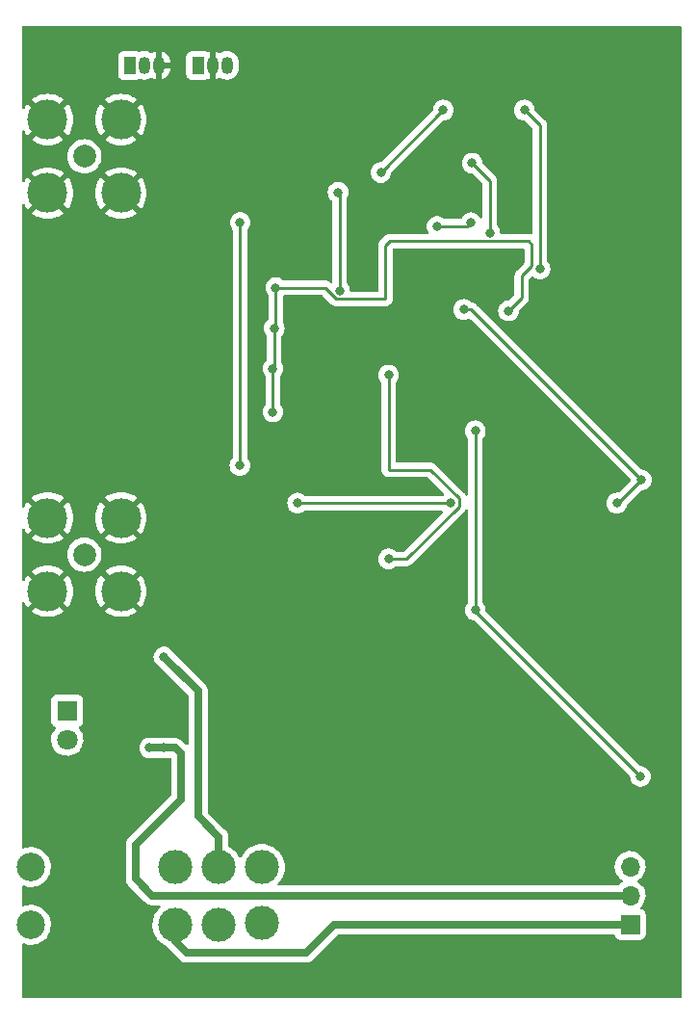
<source format=gbr>
%TF.GenerationSoftware,KiCad,Pcbnew,(6.0.10)*%
%TF.CreationDate,2023-06-26T14:13:03+09:00*%
%TF.ProjectId,OurDream,4f757244-7265-4616-9d2e-6b696361645f,rev?*%
%TF.SameCoordinates,Original*%
%TF.FileFunction,Copper,L2,Bot*%
%TF.FilePolarity,Positive*%
%FSLAX46Y46*%
G04 Gerber Fmt 4.6, Leading zero omitted, Abs format (unit mm)*
G04 Created by KiCad (PCBNEW (6.0.10)) date 2023-06-26 14:13:03*
%MOMM*%
%LPD*%
G01*
G04 APERTURE LIST*
%TA.AperFunction,ComponentPad*%
%ADD10R,1.050000X1.500000*%
%TD*%
%TA.AperFunction,ComponentPad*%
%ADD11O,1.050000X1.500000*%
%TD*%
%TA.AperFunction,ComponentPad*%
%ADD12R,1.700000X1.700000*%
%TD*%
%TA.AperFunction,ComponentPad*%
%ADD13O,1.700000X1.700000*%
%TD*%
%TA.AperFunction,ComponentPad*%
%ADD14R,1.800000X1.800000*%
%TD*%
%TA.AperFunction,ComponentPad*%
%ADD15C,1.800000*%
%TD*%
%TA.AperFunction,ComponentPad*%
%ADD16C,2.000000*%
%TD*%
%TA.AperFunction,ComponentPad*%
%ADD17C,3.500000*%
%TD*%
%TA.AperFunction,ComponentPad*%
%ADD18C,2.500000*%
%TD*%
%TA.AperFunction,ComponentPad*%
%ADD19C,3.000000*%
%TD*%
%TA.AperFunction,ViaPad*%
%ADD20C,0.800000*%
%TD*%
%TA.AperFunction,Conductor*%
%ADD21C,0.250000*%
%TD*%
%TA.AperFunction,Conductor*%
%ADD22C,0.700000*%
%TD*%
G04 APERTURE END LIST*
D10*
%TO.P,Q2,1*%
%TO.N,Net-(Q2-Pad1)*%
X111000000Y-79000000D03*
D11*
%TO.P,Q2,2*%
%TO.N,GNDA*%
X112270000Y-79000000D03*
%TO.P,Q2,3*%
%TO.N,Net-(C14-Pad2)*%
X113540000Y-79000000D03*
%TD*%
D12*
%TO.P,P1,1*%
%TO.N,Net-(P1-Pad1)*%
X149000000Y-154500000D03*
D13*
%TO.P,P1,2*%
%TO.N,Net-(L3-Pad1)*%
X149000000Y-151960000D03*
%TO.P,P1,3*%
%TO.N,Net-(P1-Pad3)*%
X149000000Y-149420000D03*
%TD*%
D10*
%TO.P,Q1,1*%
%TO.N,Net-(Q1-Pad1)*%
X105000000Y-79000000D03*
D11*
%TO.P,Q1,2*%
%TO.N,Net-(C14-Pad2)*%
X106270000Y-79000000D03*
%TO.P,Q1,3*%
%TO.N,GNDA*%
X107540000Y-79000000D03*
%TD*%
D14*
%TO.P,D1,1*%
%TO.N,Net-(D1-Pad1)*%
X99500000Y-135730000D03*
D15*
%TO.P,D1,2*%
%TO.N,Net-(D1-Pad2)*%
X99500000Y-138270000D03*
%TD*%
D16*
%TO.P,P2,1*%
%TO.N,Net-(C14-Pad2)*%
X101000000Y-87000000D03*
D17*
%TO.P,P2,2*%
%TO.N,GNDA*%
X97775000Y-90225000D03*
X104225000Y-90225000D03*
X97775000Y-83775000D03*
X104225000Y-83775000D03*
%TD*%
D16*
%TO.P,P3,1*%
%TO.N,Net-(C20-Pad1)*%
X101000000Y-122000000D03*
D17*
%TO.P,P3,2*%
%TO.N,GNDA*%
X97775000Y-125225000D03*
X104225000Y-125225000D03*
X104225000Y-118775000D03*
X97775000Y-118775000D03*
%TD*%
D18*
%TO.P,SW1,*%
%TO.N,*%
X96300000Y-154540000D03*
X96300000Y-149460000D03*
D19*
%TO.P,SW1,1*%
%TO.N,Net-(P1-Pad3)*%
X109000000Y-149460000D03*
%TO.P,SW1,2*%
%TO.N,Net-(D1-Pad1)*%
X112810000Y-149460000D03*
%TO.P,SW1,3*%
%TO.N,Net-(SW1-Pad3)*%
X116620000Y-149460000D03*
%TO.P,SW1,4*%
%TO.N,Net-(P1-Pad1)*%
X109000000Y-154540000D03*
%TO.P,SW1,5*%
%TO.N,Net-(L3-Pad2)*%
X112810000Y-154540000D03*
%TO.P,SW1,6*%
%TO.N,Net-(SW1-Pad6)*%
X116620000Y-154400000D03*
%TD*%
D20*
%TO.N,GNDA*%
X135280802Y-98806000D03*
X130683000Y-96012000D03*
%TO.N,+12VA*%
X149900000Y-141500000D03*
X123444000Y-98806000D03*
X135382000Y-126873000D03*
X123317000Y-90170000D03*
X135382000Y-111125000D03*
%TO.N,-12VA*%
X134366000Y-100457000D03*
X119761000Y-117475000D03*
X134366000Y-100457000D03*
X133223000Y-117475000D03*
X147828000Y-117475000D03*
X149987000Y-115443000D03*
%TO.N,Net-(C14-Pad2)*%
X114704500Y-92813500D03*
X117578500Y-109474000D03*
X117705500Y-102108000D03*
X138303000Y-100584000D03*
X114681000Y-114173000D03*
X117832500Y-98552000D03*
X117578500Y-105664000D03*
%TO.N,Net-(C20-Pad1)*%
X127752000Y-106232000D03*
X127752000Y-122377249D03*
%TO.N,Net-(D1-Pad1)*%
X108000000Y-131000000D03*
%TO.N,Net-(L3-Pad1)*%
X106750000Y-139000000D03*
X108000000Y-139000000D03*
%TO.N,A1*%
X132561000Y-82931000D03*
X127072000Y-88420000D03*
X139700000Y-82931000D03*
X141073500Y-96901000D03*
%TO.N,A2*%
X136652000Y-93726000D03*
X135102500Y-87604500D03*
%TO.N,EN*%
X135001000Y-92837000D03*
X132016500Y-93154500D03*
%TD*%
D21*
%TO.N,GNDA*%
X133477000Y-98806000D02*
X135280802Y-98806000D01*
X130683000Y-96012000D02*
X133477000Y-98806000D01*
%TO.N,+12VA*%
X135400000Y-127000000D02*
X135400000Y-126891000D01*
X123444000Y-90297000D02*
X123317000Y-90170000D01*
X135400000Y-126891000D02*
X135382000Y-126873000D01*
X135382000Y-126873000D02*
X135382000Y-111125000D01*
X135400000Y-127000000D02*
X149900000Y-141500000D01*
X123444000Y-98806000D02*
X123444000Y-90297000D01*
%TO.N,-12VA*%
X147955000Y-117475000D02*
X149987000Y-115443000D01*
X150000000Y-115602000D02*
X150000000Y-115456000D01*
X150000000Y-115456000D02*
X149987000Y-115443000D01*
X119761000Y-117475000D02*
X133223000Y-117475000D01*
X135001000Y-100457000D02*
X134366000Y-100457000D01*
X149987000Y-115443000D02*
X135001000Y-100457000D01*
%TO.N,Net-(C14-Pad2)*%
X122164695Y-98552000D02*
X123143695Y-99531000D01*
X127852000Y-94451000D02*
X140044000Y-94451000D01*
X117832500Y-101981000D02*
X117705500Y-102108000D01*
X117832500Y-98552000D02*
X122164695Y-98552000D01*
X127471000Y-99531000D02*
X127471000Y-94832000D01*
X140335000Y-96647000D02*
X139469500Y-97512500D01*
X140335000Y-94742000D02*
X140335000Y-96647000D01*
X117705500Y-105537000D02*
X117578500Y-105664000D01*
X123143695Y-99531000D02*
X127471000Y-99531000D01*
X114681000Y-92837000D02*
X114704500Y-92813500D01*
X139469500Y-97512500D02*
X139469500Y-99417500D01*
X127471000Y-94832000D02*
X127852000Y-94451000D01*
X117832500Y-98552000D02*
X117832500Y-101981000D01*
X140044000Y-94451000D02*
X140335000Y-94742000D01*
X117705500Y-102108000D02*
X117705500Y-105537000D01*
X139469500Y-99417500D02*
X138303000Y-100584000D01*
X117578500Y-105664000D02*
X117578500Y-109474000D01*
X114681000Y-114173000D02*
X114681000Y-92837000D01*
%TO.N,Net-(C20-Pad1)*%
X133948000Y-117057000D02*
X131445000Y-114554000D01*
X127762000Y-114554000D02*
X127752000Y-114544000D01*
X131445000Y-114554000D02*
X127762000Y-114554000D01*
X133948000Y-117775305D02*
X133948000Y-117057000D01*
X127752000Y-114544000D02*
X127752000Y-106232000D01*
X127752000Y-122377249D02*
X129346056Y-122377249D01*
X129346056Y-122377249D02*
X133948000Y-117775305D01*
D22*
%TO.N,Net-(D1-Pad1)*%
X112810000Y-146810000D02*
X111000000Y-145000000D01*
X111000000Y-134000000D02*
X108000000Y-131000000D01*
X111000000Y-145000000D02*
X111000000Y-134000000D01*
X112810000Y-149460000D02*
X112810000Y-146810000D01*
%TO.N,Net-(L3-Pad1)*%
X108000000Y-139000000D02*
X106750000Y-139000000D01*
X105500000Y-150500000D02*
X105500000Y-147500000D01*
X105500000Y-147500000D02*
X109500000Y-143500000D01*
X109000000Y-139000000D02*
X108000000Y-139000000D01*
X109500000Y-139500000D02*
X109000000Y-139000000D01*
X106960000Y-151960000D02*
X105500000Y-150500000D01*
X149000000Y-151960000D02*
X106960000Y-151960000D01*
X109500000Y-143500000D02*
X109500000Y-139500000D01*
%TO.N,Net-(P1-Pad1)*%
X110000000Y-157000000D02*
X109000000Y-156000000D01*
X149000000Y-154500000D02*
X123000000Y-154500000D01*
X109000000Y-156000000D02*
X109000000Y-154540000D01*
X120500000Y-157000000D02*
X110000000Y-157000000D01*
X123000000Y-154500000D02*
X120500000Y-157000000D01*
D21*
%TO.N,A1*%
X141073500Y-84304500D02*
X139700000Y-82931000D01*
X132561000Y-82931000D02*
X127072000Y-88420000D01*
X141073500Y-96901000D02*
X141073500Y-84304500D01*
%TO.N,A2*%
X136652000Y-93726000D02*
X136652000Y-89154000D01*
X136652000Y-89154000D02*
X135102500Y-87604500D01*
%TO.N,EN*%
X134683500Y-93154500D02*
X135001000Y-92837000D01*
X132016500Y-93154500D02*
X134683500Y-93154500D01*
%TD*%
%TA.AperFunction,Conductor*%
%TO.N,GNDA*%
G36*
X153433621Y-75528502D02*
G01*
X153480114Y-75582158D01*
X153491500Y-75634500D01*
X153491500Y-160865500D01*
X153471498Y-160933621D01*
X153417842Y-160980114D01*
X153365500Y-160991500D01*
X95634500Y-160991500D01*
X95566379Y-160971498D01*
X95519886Y-160917842D01*
X95508500Y-160865500D01*
X95508500Y-156303788D01*
X95528502Y-156235667D01*
X95582158Y-156189174D01*
X95652432Y-156179070D01*
X95676041Y-156184833D01*
X95839174Y-156241802D01*
X95843590Y-156243344D01*
X95848183Y-156244216D01*
X96095785Y-156291224D01*
X96095788Y-156291224D01*
X96100374Y-156292095D01*
X96230959Y-156297226D01*
X96356875Y-156302174D01*
X96356881Y-156302174D01*
X96361543Y-156302357D01*
X96440977Y-156293657D01*
X96616707Y-156274412D01*
X96616712Y-156274411D01*
X96621360Y-156273902D01*
X96734116Y-156244216D01*
X96869594Y-156208548D01*
X96869596Y-156208547D01*
X96874117Y-156207357D01*
X96939957Y-156179070D01*
X97109972Y-156106025D01*
X97114262Y-156104182D01*
X97336519Y-155966646D01*
X97340082Y-155963629D01*
X97340087Y-155963626D01*
X97532439Y-155800787D01*
X97532440Y-155800786D01*
X97536005Y-155797768D01*
X97610116Y-155713261D01*
X97705257Y-155604774D01*
X97705261Y-155604769D01*
X97708339Y-155601259D01*
X97716677Y-155588297D01*
X97847205Y-155385367D01*
X97849733Y-155381437D01*
X97957083Y-155143129D01*
X98028030Y-154891572D01*
X98061014Y-154632291D01*
X98063431Y-154540000D01*
X98061547Y-154514648D01*
X98044407Y-154284000D01*
X98044406Y-154283996D01*
X98044061Y-154279348D01*
X98037461Y-154250177D01*
X97987408Y-154028980D01*
X97986377Y-154024423D01*
X97953667Y-153940308D01*
X97893340Y-153785176D01*
X97893339Y-153785173D01*
X97891647Y-153780823D01*
X97884713Y-153768690D01*
X97791894Y-153606291D01*
X97761951Y-153553902D01*
X97600138Y-153348643D01*
X97409763Y-153169557D01*
X97210371Y-153031233D01*
X97198851Y-153023241D01*
X97198848Y-153023239D01*
X97195009Y-153020576D01*
X97155664Y-153001173D01*
X96964781Y-152907040D01*
X96964778Y-152907039D01*
X96960593Y-152904975D01*
X96933090Y-152896171D01*
X96716123Y-152826720D01*
X96711665Y-152825293D01*
X96453693Y-152783279D01*
X96339942Y-152781790D01*
X96197022Y-152779919D01*
X96197019Y-152779919D01*
X96192345Y-152779858D01*
X95933362Y-152815104D01*
X95928876Y-152816412D01*
X95928874Y-152816412D01*
X95686930Y-152886932D01*
X95686927Y-152886933D01*
X95682433Y-152888243D01*
X95678526Y-152890044D01*
X95607815Y-152895158D01*
X95545475Y-152861182D01*
X95511401Y-152798897D01*
X95508500Y-152772016D01*
X95508500Y-151223788D01*
X95528502Y-151155667D01*
X95582158Y-151109174D01*
X95652432Y-151099070D01*
X95676041Y-151104833D01*
X95839174Y-151161802D01*
X95843590Y-151163344D01*
X95848183Y-151164216D01*
X96095785Y-151211224D01*
X96095788Y-151211224D01*
X96100374Y-151212095D01*
X96230959Y-151217226D01*
X96356875Y-151222174D01*
X96356881Y-151222174D01*
X96361543Y-151222357D01*
X96440977Y-151213657D01*
X96616707Y-151194412D01*
X96616712Y-151194411D01*
X96621360Y-151193902D01*
X96726227Y-151166293D01*
X96869594Y-151128548D01*
X96869596Y-151128547D01*
X96874117Y-151127357D01*
X96934301Y-151101500D01*
X97067478Y-151044282D01*
X97114262Y-151024182D01*
X97336519Y-150886646D01*
X97340082Y-150883629D01*
X97340087Y-150883626D01*
X97532439Y-150720787D01*
X97532440Y-150720786D01*
X97536005Y-150717768D01*
X97647269Y-150590896D01*
X97705257Y-150524774D01*
X97705261Y-150524769D01*
X97708339Y-150521259D01*
X97708442Y-150521099D01*
X104636696Y-150521099D01*
X104637598Y-150527859D01*
X104637598Y-150527861D01*
X104647437Y-150601602D01*
X104647807Y-150604657D01*
X104651309Y-150636889D01*
X104656583Y-150685437D01*
X104658758Y-150691901D01*
X104659478Y-150695176D01*
X104659548Y-150695572D01*
X104659671Y-150695996D01*
X104660462Y-150699216D01*
X104661366Y-150705989D01*
X104683452Y-150766669D01*
X104689139Y-150782294D01*
X104690156Y-150785198D01*
X104716078Y-150862223D01*
X104719596Y-150868077D01*
X104720985Y-150871084D01*
X104721152Y-150871489D01*
X104721357Y-150871865D01*
X104722827Y-150874852D01*
X104725162Y-150881268D01*
X104768730Y-150949920D01*
X104770255Y-150952389D01*
X104812147Y-151022109D01*
X104816834Y-151027066D01*
X104818851Y-151029723D01*
X104819369Y-151030469D01*
X104822344Y-151034402D01*
X104825109Y-151038759D01*
X104828930Y-151043032D01*
X104882908Y-151097010D01*
X104885362Y-151099532D01*
X104940308Y-151157636D01*
X104945956Y-151161474D01*
X104951148Y-151165893D01*
X104950808Y-151166293D01*
X104958800Y-151172902D01*
X106323680Y-152537783D01*
X106330822Y-152545549D01*
X106364471Y-152585367D01*
X106369895Y-152589514D01*
X106369896Y-152589515D01*
X106428962Y-152634674D01*
X106431379Y-152636568D01*
X106494738Y-152687510D01*
X106500857Y-152690547D01*
X106503652Y-152692335D01*
X106504013Y-152692588D01*
X106504380Y-152692790D01*
X106507238Y-152694521D01*
X106512652Y-152698660D01*
X106586262Y-152732985D01*
X106589033Y-152734319D01*
X106661814Y-152770447D01*
X106668435Y-152772098D01*
X106671563Y-152773249D01*
X106671956Y-152773413D01*
X106672361Y-152773532D01*
X106675525Y-152774609D01*
X106681704Y-152777490D01*
X106755498Y-152793985D01*
X106761002Y-152795215D01*
X106764000Y-152795924D01*
X106842801Y-152815572D01*
X106849622Y-152815763D01*
X106852925Y-152816215D01*
X106853809Y-152816374D01*
X106858692Y-152817052D01*
X106863740Y-152818180D01*
X106869463Y-152818500D01*
X106945844Y-152818500D01*
X106949363Y-152818549D01*
X107029257Y-152820781D01*
X107035961Y-152819502D01*
X107042762Y-152818955D01*
X107042804Y-152819475D01*
X107053125Y-152818500D01*
X107577585Y-152818500D01*
X107645706Y-152838502D01*
X107692199Y-152892158D01*
X107702303Y-152962432D01*
X107672809Y-153027012D01*
X107656368Y-153042832D01*
X107637318Y-153058094D01*
X107448808Y-153256742D01*
X107289002Y-153479136D01*
X107160857Y-153721161D01*
X107159385Y-153725184D01*
X107159383Y-153725188D01*
X107101659Y-153882925D01*
X107066743Y-153978337D01*
X107008404Y-154245907D01*
X106986917Y-154518918D01*
X107002682Y-154792320D01*
X107003507Y-154796525D01*
X107003508Y-154796533D01*
X107021244Y-154886934D01*
X107055405Y-155061053D01*
X107056792Y-155065103D01*
X107056793Y-155065108D01*
X107142723Y-155316088D01*
X107144112Y-155320144D01*
X107146039Y-155323975D01*
X107223869Y-155478723D01*
X107267160Y-155564799D01*
X107269586Y-155568328D01*
X107269589Y-155568334D01*
X107372894Y-155718642D01*
X107422274Y-155790490D01*
X107425161Y-155793663D01*
X107425162Y-155793664D01*
X107481700Y-155855799D01*
X107606582Y-155993043D01*
X107816675Y-156168707D01*
X107820316Y-156170991D01*
X108045024Y-156311951D01*
X108045028Y-156311953D01*
X108048664Y-156314234D01*
X108110639Y-156342217D01*
X108202078Y-156383504D01*
X108256610Y-156430824D01*
X108268699Y-156449872D01*
X108270317Y-156452492D01*
X108312147Y-156522109D01*
X108316834Y-156527066D01*
X108318851Y-156529723D01*
X108319369Y-156530469D01*
X108322344Y-156534402D01*
X108325109Y-156538759D01*
X108328930Y-156543032D01*
X108382909Y-156597011D01*
X108385363Y-156599533D01*
X108440308Y-156657636D01*
X108445956Y-156661474D01*
X108451148Y-156665893D01*
X108450808Y-156666292D01*
X108458798Y-156672900D01*
X109363686Y-157577789D01*
X109370828Y-157585556D01*
X109400064Y-157620153D01*
X109400068Y-157620157D01*
X109404471Y-157625367D01*
X109409895Y-157629514D01*
X109409896Y-157629515D01*
X109468962Y-157674674D01*
X109471379Y-157676568D01*
X109534738Y-157727510D01*
X109540857Y-157730547D01*
X109543652Y-157732335D01*
X109544013Y-157732588D01*
X109544380Y-157732790D01*
X109547238Y-157734521D01*
X109552652Y-157738660D01*
X109622391Y-157771180D01*
X109626262Y-157772985D01*
X109629033Y-157774319D01*
X109701814Y-157810447D01*
X109708435Y-157812098D01*
X109711563Y-157813249D01*
X109711957Y-157813413D01*
X109712361Y-157813532D01*
X109715524Y-157814609D01*
X109721704Y-157817490D01*
X109800955Y-157835205D01*
X109803914Y-157835904D01*
X109882802Y-157855573D01*
X109889623Y-157855763D01*
X109892926Y-157856216D01*
X109893808Y-157856375D01*
X109898701Y-157857054D01*
X109903740Y-157858180D01*
X109909463Y-157858500D01*
X109985829Y-157858500D01*
X109989347Y-157858549D01*
X110062437Y-157860591D01*
X110062442Y-157860591D01*
X110069257Y-157860781D01*
X110075958Y-157859503D01*
X110082762Y-157858955D01*
X110082804Y-157859475D01*
X110093125Y-157858500D01*
X120458610Y-157858500D01*
X120469152Y-157858942D01*
X120521099Y-157863304D01*
X120527859Y-157862402D01*
X120527861Y-157862402D01*
X120601602Y-157852563D01*
X120604657Y-157852193D01*
X120636889Y-157848691D01*
X120685437Y-157843417D01*
X120691901Y-157841242D01*
X120695176Y-157840522D01*
X120695572Y-157840452D01*
X120695996Y-157840329D01*
X120699216Y-157839538D01*
X120705989Y-157838634D01*
X120782323Y-157810851D01*
X120785198Y-157809844D01*
X120803773Y-157803593D01*
X120862223Y-157783922D01*
X120868077Y-157780404D01*
X120871084Y-157779015D01*
X120871489Y-157778848D01*
X120871865Y-157778643D01*
X120874852Y-157777173D01*
X120881268Y-157774838D01*
X120949920Y-157731270D01*
X120952389Y-157729745D01*
X121022109Y-157687853D01*
X121027066Y-157683166D01*
X121029723Y-157681149D01*
X121030469Y-157680631D01*
X121034402Y-157677656D01*
X121038759Y-157674891D01*
X121043032Y-157671070D01*
X121097010Y-157617092D01*
X121099532Y-157614638D01*
X121138499Y-157577789D01*
X121157636Y-157559692D01*
X121161474Y-157554044D01*
X121165893Y-157548852D01*
X121166293Y-157549192D01*
X121172902Y-157541200D01*
X123318698Y-155395405D01*
X123381010Y-155361379D01*
X123407793Y-155358500D01*
X147525507Y-155358500D01*
X147593628Y-155378502D01*
X147640121Y-155432158D01*
X147647543Y-155453763D01*
X147648255Y-155460316D01*
X147651027Y-155467711D01*
X147651028Y-155467714D01*
X147685988Y-155560968D01*
X147699385Y-155596705D01*
X147786739Y-155713261D01*
X147903295Y-155800615D01*
X148039684Y-155851745D01*
X148101866Y-155858500D01*
X149898134Y-155858500D01*
X149960316Y-155851745D01*
X150096705Y-155800615D01*
X150213261Y-155713261D01*
X150300615Y-155596705D01*
X150351745Y-155460316D01*
X150358500Y-155398134D01*
X150358500Y-153601866D01*
X150351745Y-153539684D01*
X150300615Y-153403295D01*
X150213261Y-153286739D01*
X150096705Y-153199385D01*
X150084132Y-153194672D01*
X149978203Y-153154960D01*
X149921439Y-153112318D01*
X149896739Y-153045756D01*
X149911947Y-152976408D01*
X149933493Y-152947727D01*
X149947330Y-152933938D01*
X150038096Y-152843489D01*
X150055726Y-152818955D01*
X150165435Y-152666277D01*
X150168453Y-152662077D01*
X150181997Y-152634674D01*
X150265136Y-152466453D01*
X150265137Y-152466451D01*
X150267430Y-152461811D01*
X150332370Y-152248069D01*
X150361529Y-152026590D01*
X150363156Y-151960000D01*
X150344852Y-151737361D01*
X150290431Y-151520702D01*
X150201354Y-151315840D01*
X150104349Y-151165893D01*
X150082822Y-151132617D01*
X150082820Y-151132614D01*
X150080014Y-151128277D01*
X149929670Y-150963051D01*
X149925619Y-150959852D01*
X149925615Y-150959848D01*
X149758414Y-150827800D01*
X149758410Y-150827798D01*
X149754359Y-150824598D01*
X149713053Y-150801796D01*
X149663084Y-150751364D01*
X149648312Y-150681921D01*
X149673428Y-150615516D01*
X149700780Y-150588909D01*
X149744603Y-150557650D01*
X149879860Y-150461173D01*
X150038096Y-150303489D01*
X150042002Y-150298054D01*
X150165435Y-150126277D01*
X150168453Y-150122077D01*
X150179930Y-150098856D01*
X150265136Y-149926453D01*
X150265137Y-149926451D01*
X150267430Y-149921811D01*
X150313354Y-149770657D01*
X150330865Y-149713023D01*
X150330865Y-149713021D01*
X150332370Y-149708069D01*
X150361529Y-149486590D01*
X150361611Y-149483240D01*
X150363074Y-149423365D01*
X150363074Y-149423361D01*
X150363156Y-149420000D01*
X150344852Y-149197361D01*
X150290431Y-148980702D01*
X150201354Y-148775840D01*
X150126715Y-148660465D01*
X150082822Y-148592617D01*
X150082820Y-148592614D01*
X150080014Y-148588277D01*
X149929670Y-148423051D01*
X149925619Y-148419852D01*
X149925615Y-148419848D01*
X149758414Y-148287800D01*
X149758410Y-148287798D01*
X149754359Y-148284598D01*
X149725457Y-148268643D01*
X149594881Y-148196562D01*
X149558789Y-148176638D01*
X149553920Y-148174914D01*
X149553916Y-148174912D01*
X149353087Y-148103795D01*
X149353083Y-148103794D01*
X149348212Y-148102069D01*
X149343119Y-148101162D01*
X149343116Y-148101161D01*
X149133373Y-148063800D01*
X149133367Y-148063799D01*
X149128284Y-148062894D01*
X149054452Y-148061992D01*
X148910081Y-148060228D01*
X148910079Y-148060228D01*
X148904911Y-148060165D01*
X148684091Y-148093955D01*
X148471756Y-148163357D01*
X148273607Y-148266507D01*
X148269474Y-148269610D01*
X148269471Y-148269612D01*
X148245247Y-148287800D01*
X148094965Y-148400635D01*
X147940629Y-148562138D01*
X147937715Y-148566410D01*
X147937714Y-148566411D01*
X147886723Y-148641161D01*
X147814743Y-148746680D01*
X147799003Y-148780590D01*
X147736810Y-148914574D01*
X147720688Y-148949305D01*
X147660989Y-149164570D01*
X147637251Y-149386695D01*
X147637548Y-149391848D01*
X147637548Y-149391851D01*
X147644051Y-149504627D01*
X147650110Y-149609715D01*
X147651247Y-149614761D01*
X147651248Y-149614767D01*
X147671119Y-149702939D01*
X147699222Y-149827639D01*
X147783266Y-150034616D01*
X147899987Y-150225088D01*
X148046250Y-150393938D01*
X148218126Y-150536632D01*
X148227617Y-150542178D01*
X148291445Y-150579476D01*
X148340169Y-150631114D01*
X148353240Y-150700897D01*
X148326509Y-150766669D01*
X148286055Y-150800027D01*
X148273607Y-150806507D01*
X148269474Y-150809610D01*
X148269471Y-150809612D01*
X148131714Y-150913043D01*
X148094965Y-150940635D01*
X148076605Y-150959848D01*
X147978459Y-151062551D01*
X147916934Y-151097981D01*
X147887365Y-151101500D01*
X118123740Y-151101500D01*
X118055619Y-151081498D01*
X118009126Y-151027842D01*
X117999022Y-150957568D01*
X118033256Y-150887815D01*
X118037315Y-150883626D01*
X118157669Y-150759431D01*
X118160202Y-150755983D01*
X118160206Y-150755978D01*
X118317257Y-150542178D01*
X118319795Y-150538723D01*
X118347154Y-150488334D01*
X118448418Y-150301830D01*
X118448419Y-150301828D01*
X118450468Y-150298054D01*
X118516964Y-150122077D01*
X118545751Y-150045895D01*
X118545752Y-150045891D01*
X118547269Y-150041877D01*
X118608407Y-149774933D01*
X118613933Y-149713023D01*
X118632531Y-149504627D01*
X118632531Y-149504625D01*
X118632751Y-149502161D01*
X118632880Y-149489908D01*
X118633167Y-149462484D01*
X118633167Y-149462483D01*
X118633193Y-149460000D01*
X118630466Y-149420000D01*
X118614859Y-149191055D01*
X118614858Y-149191049D01*
X118614567Y-149186778D01*
X118559032Y-148918612D01*
X118467617Y-148660465D01*
X118369431Y-148470234D01*
X118343978Y-148420919D01*
X118343978Y-148420918D01*
X118342013Y-148417112D01*
X118332040Y-148402921D01*
X118240245Y-148272311D01*
X118184545Y-148193057D01*
X117998125Y-147992445D01*
X117994810Y-147989731D01*
X117994806Y-147989728D01*
X117793517Y-147824975D01*
X117786205Y-147818990D01*
X117597381Y-147703279D01*
X117556366Y-147678145D01*
X117556365Y-147678145D01*
X117552704Y-147675901D01*
X117538619Y-147669718D01*
X117305873Y-147567549D01*
X117305869Y-147567548D01*
X117301945Y-147565825D01*
X117038566Y-147490800D01*
X117034324Y-147490196D01*
X117034318Y-147490195D01*
X116833834Y-147461662D01*
X116767443Y-147452213D01*
X116623589Y-147451460D01*
X116497877Y-147450802D01*
X116497871Y-147450802D01*
X116493591Y-147450780D01*
X116489347Y-147451339D01*
X116489343Y-147451339D01*
X116370302Y-147467011D01*
X116222078Y-147486525D01*
X116217938Y-147487658D01*
X116217936Y-147487658D01*
X116145008Y-147507609D01*
X115957928Y-147558788D01*
X115953980Y-147560472D01*
X115709982Y-147664546D01*
X115709978Y-147664548D01*
X115706030Y-147666232D01*
X115644231Y-147703218D01*
X115474725Y-147804664D01*
X115474724Y-147804665D01*
X115471043Y-147806868D01*
X115257318Y-147978094D01*
X115068808Y-148176742D01*
X114909002Y-148399136D01*
X114906998Y-148402921D01*
X114826185Y-148555551D01*
X114776632Y-148606394D01*
X114707457Y-148622376D01*
X114640624Y-148598422D01*
X114602864Y-148554382D01*
X114533978Y-148420919D01*
X114533978Y-148420918D01*
X114532013Y-148417112D01*
X114522040Y-148402921D01*
X114430245Y-148272311D01*
X114374545Y-148193057D01*
X114188125Y-147992445D01*
X114184810Y-147989731D01*
X114184806Y-147989728D01*
X113983517Y-147824975D01*
X113976205Y-147818990D01*
X113854713Y-147744540D01*
X113746360Y-147678141D01*
X113746356Y-147678139D01*
X113742704Y-147675901D01*
X113738777Y-147674177D01*
X113736127Y-147672792D01*
X113685024Y-147623507D01*
X113668500Y-147561129D01*
X113668500Y-146851391D01*
X113668942Y-146840848D01*
X113672733Y-146795700D01*
X113673304Y-146788902D01*
X113662563Y-146708395D01*
X113662193Y-146705341D01*
X113654154Y-146631349D01*
X113653417Y-146624563D01*
X113651239Y-146618092D01*
X113650527Y-146614852D01*
X113650450Y-146614417D01*
X113650334Y-146614017D01*
X113649537Y-146610774D01*
X113648635Y-146604012D01*
X113620839Y-146527644D01*
X113619841Y-146524794D01*
X113596098Y-146454243D01*
X113593922Y-146447777D01*
X113590409Y-146441930D01*
X113589007Y-146438896D01*
X113588847Y-146438508D01*
X113588636Y-146438121D01*
X113587172Y-146435146D01*
X113584838Y-146428733D01*
X113541333Y-146360180D01*
X113539715Y-146357561D01*
X113501369Y-146293743D01*
X113497853Y-146287891D01*
X113493160Y-146282928D01*
X113491150Y-146280280D01*
X113490627Y-146279527D01*
X113487654Y-146275596D01*
X113484891Y-146271242D01*
X113481071Y-146266968D01*
X113427075Y-146212972D01*
X113424621Y-146210450D01*
X113374381Y-146157323D01*
X113369692Y-146152364D01*
X113364044Y-146148526D01*
X113358852Y-146144107D01*
X113359192Y-146143707D01*
X113351203Y-146137100D01*
X111895405Y-144681302D01*
X111861379Y-144618990D01*
X111858500Y-144592207D01*
X111858500Y-134041391D01*
X111858942Y-134030848D01*
X111862733Y-133985700D01*
X111863304Y-133978902D01*
X111852563Y-133898395D01*
X111852193Y-133895341D01*
X111844154Y-133821349D01*
X111843417Y-133814563D01*
X111841239Y-133808092D01*
X111840527Y-133804852D01*
X111840450Y-133804417D01*
X111840334Y-133804017D01*
X111839537Y-133800774D01*
X111838635Y-133794012D01*
X111810838Y-133717638D01*
X111809839Y-133714788D01*
X111786100Y-133644247D01*
X111786098Y-133644242D01*
X111783922Y-133637777D01*
X111780405Y-133631924D01*
X111779015Y-133628916D01*
X111778848Y-133628511D01*
X111778643Y-133628135D01*
X111777173Y-133625148D01*
X111774838Y-133618732D01*
X111731270Y-133550080D01*
X111729745Y-133547611D01*
X111687853Y-133477891D01*
X111683166Y-133472934D01*
X111681149Y-133470277D01*
X111680639Y-133469543D01*
X111677661Y-133465605D01*
X111674891Y-133461241D01*
X111671071Y-133456968D01*
X111617075Y-133402972D01*
X111614621Y-133400450D01*
X111564381Y-133347323D01*
X111559692Y-133342364D01*
X111554044Y-133338526D01*
X111548852Y-133334107D01*
X111549192Y-133333707D01*
X111541203Y-133327100D01*
X108835302Y-130621199D01*
X108815278Y-130595104D01*
X108742341Y-130468774D01*
X108739040Y-130463056D01*
X108611253Y-130321134D01*
X108456752Y-130208882D01*
X108450724Y-130206198D01*
X108450722Y-130206197D01*
X108288319Y-130133891D01*
X108288318Y-130133891D01*
X108282288Y-130131206D01*
X108188887Y-130111353D01*
X108101944Y-130092872D01*
X108101939Y-130092872D01*
X108095487Y-130091500D01*
X107904513Y-130091500D01*
X107898061Y-130092872D01*
X107898056Y-130092872D01*
X107811113Y-130111353D01*
X107717712Y-130131206D01*
X107711682Y-130133891D01*
X107711681Y-130133891D01*
X107549278Y-130206197D01*
X107549276Y-130206198D01*
X107543248Y-130208882D01*
X107388747Y-130321134D01*
X107260960Y-130463056D01*
X107165473Y-130628444D01*
X107106458Y-130810072D01*
X107086496Y-131000000D01*
X107106458Y-131189928D01*
X107165473Y-131371556D01*
X107260960Y-131536944D01*
X107388747Y-131678866D01*
X107543248Y-131791118D01*
X107549276Y-131793802D01*
X107549278Y-131793803D01*
X107582785Y-131808721D01*
X107620631Y-131834733D01*
X110104595Y-134318698D01*
X110138621Y-134381010D01*
X110141500Y-134407793D01*
X110141500Y-138623207D01*
X110121498Y-138691328D01*
X110067842Y-138737821D01*
X109997568Y-138747925D01*
X109932988Y-138718431D01*
X109926405Y-138712302D01*
X109636320Y-138422217D01*
X109629177Y-138414450D01*
X109599935Y-138379847D01*
X109595529Y-138374633D01*
X109531031Y-138325321D01*
X109528615Y-138323427D01*
X109470583Y-138276768D01*
X109470582Y-138276767D01*
X109465262Y-138272490D01*
X109459143Y-138269453D01*
X109456348Y-138267665D01*
X109455987Y-138267412D01*
X109455620Y-138267210D01*
X109452762Y-138265479D01*
X109447348Y-138261340D01*
X109373736Y-138227014D01*
X109370964Y-138225680D01*
X109304296Y-138192586D01*
X109298186Y-138189553D01*
X109291565Y-138187902D01*
X109288437Y-138186751D01*
X109288044Y-138186587D01*
X109287639Y-138186468D01*
X109284475Y-138185391D01*
X109278296Y-138182510D01*
X109199000Y-138164785D01*
X109196002Y-138164076D01*
X109123821Y-138146079D01*
X109123820Y-138146079D01*
X109117199Y-138144428D01*
X109110378Y-138144237D01*
X109107075Y-138143785D01*
X109106191Y-138143626D01*
X109101308Y-138142948D01*
X109096260Y-138141820D01*
X109090537Y-138141500D01*
X109014156Y-138141500D01*
X109010637Y-138141451D01*
X108930743Y-138139219D01*
X108924039Y-138140498D01*
X108917238Y-138141045D01*
X108917196Y-138140525D01*
X108906875Y-138141500D01*
X108331693Y-138141500D01*
X108292756Y-138135333D01*
X108288319Y-138133891D01*
X108282288Y-138131206D01*
X108275836Y-138129834D01*
X108275831Y-138129833D01*
X108101944Y-138092872D01*
X108101939Y-138092872D01*
X108095487Y-138091500D01*
X107904513Y-138091500D01*
X107898061Y-138092872D01*
X107898056Y-138092872D01*
X107724169Y-138129833D01*
X107724164Y-138129834D01*
X107717712Y-138131206D01*
X107711681Y-138133891D01*
X107707244Y-138135333D01*
X107668307Y-138141500D01*
X107081693Y-138141500D01*
X107042756Y-138135333D01*
X107038319Y-138133891D01*
X107032288Y-138131206D01*
X107025836Y-138129834D01*
X107025831Y-138129833D01*
X106851944Y-138092872D01*
X106851939Y-138092872D01*
X106845487Y-138091500D01*
X106654513Y-138091500D01*
X106648061Y-138092872D01*
X106648056Y-138092872D01*
X106561113Y-138111353D01*
X106467712Y-138131206D01*
X106461682Y-138133891D01*
X106461681Y-138133891D01*
X106299278Y-138206197D01*
X106299276Y-138206198D01*
X106293248Y-138208882D01*
X106287907Y-138212762D01*
X106287906Y-138212763D01*
X106269186Y-138226364D01*
X106138747Y-138321134D01*
X106134326Y-138326044D01*
X106134325Y-138326045D01*
X106047732Y-138422217D01*
X106010960Y-138463056D01*
X105915473Y-138628444D01*
X105856458Y-138810072D01*
X105855768Y-138816633D01*
X105855768Y-138816635D01*
X105846749Y-138902450D01*
X105836496Y-139000000D01*
X105837186Y-139006565D01*
X105855605Y-139181808D01*
X105856458Y-139189928D01*
X105915473Y-139371556D01*
X106010960Y-139536944D01*
X106015378Y-139541851D01*
X106015379Y-139541852D01*
X106092235Y-139627209D01*
X106138747Y-139678866D01*
X106293248Y-139791118D01*
X106299276Y-139793802D01*
X106299278Y-139793803D01*
X106461681Y-139866109D01*
X106467712Y-139868794D01*
X106561112Y-139888647D01*
X106648056Y-139907128D01*
X106648061Y-139907128D01*
X106654513Y-139908500D01*
X106845487Y-139908500D01*
X106851939Y-139907128D01*
X106851944Y-139907128D01*
X107025831Y-139870167D01*
X107025836Y-139870166D01*
X107032288Y-139868794D01*
X107038319Y-139866109D01*
X107042756Y-139864667D01*
X107081693Y-139858500D01*
X107668307Y-139858500D01*
X107707244Y-139864667D01*
X107711681Y-139866109D01*
X107717712Y-139868794D01*
X107724164Y-139870166D01*
X107724169Y-139870167D01*
X107898056Y-139907128D01*
X107898061Y-139907128D01*
X107904513Y-139908500D01*
X108095487Y-139908500D01*
X108101939Y-139907128D01*
X108101944Y-139907128D01*
X108275831Y-139870167D01*
X108275836Y-139870166D01*
X108282288Y-139868794D01*
X108288319Y-139866109D01*
X108292756Y-139864667D01*
X108331693Y-139858500D01*
X108515500Y-139858500D01*
X108583621Y-139878502D01*
X108630114Y-139932158D01*
X108641500Y-139984500D01*
X108641500Y-143092208D01*
X108621498Y-143160329D01*
X108604595Y-143181303D01*
X106758036Y-145027861D01*
X104922217Y-146863680D01*
X104914451Y-146870822D01*
X104874633Y-146904471D01*
X104870486Y-146909895D01*
X104870485Y-146909896D01*
X104825326Y-146968962D01*
X104823432Y-146971379D01*
X104772490Y-147034738D01*
X104769453Y-147040857D01*
X104767665Y-147043652D01*
X104767412Y-147044013D01*
X104767210Y-147044380D01*
X104765479Y-147047238D01*
X104761340Y-147052652D01*
X104758459Y-147058831D01*
X104727015Y-147126262D01*
X104725681Y-147129033D01*
X104689553Y-147201814D01*
X104687902Y-147208435D01*
X104686751Y-147211563D01*
X104686587Y-147211956D01*
X104686468Y-147212361D01*
X104685391Y-147215525D01*
X104682510Y-147221704D01*
X104681023Y-147228358D01*
X104664785Y-147301002D01*
X104664076Y-147303998D01*
X104644428Y-147382801D01*
X104644237Y-147389622D01*
X104643785Y-147392925D01*
X104643626Y-147393809D01*
X104642948Y-147398692D01*
X104641820Y-147403740D01*
X104641500Y-147409463D01*
X104641500Y-147485844D01*
X104641451Y-147489363D01*
X104639219Y-147569257D01*
X104640498Y-147575961D01*
X104641045Y-147582762D01*
X104640525Y-147582804D01*
X104641500Y-147593125D01*
X104641500Y-150458610D01*
X104641058Y-150469152D01*
X104636696Y-150521099D01*
X97708442Y-150521099D01*
X97749332Y-150457529D01*
X97847205Y-150305367D01*
X97849733Y-150301437D01*
X97957083Y-150063129D01*
X97963077Y-150041877D01*
X98026760Y-149816076D01*
X98026761Y-149816073D01*
X98028030Y-149811572D01*
X98061014Y-149552291D01*
X98063431Y-149460000D01*
X98060709Y-149423365D01*
X98044407Y-149204000D01*
X98044406Y-149203996D01*
X98044061Y-149199348D01*
X98042185Y-149191055D01*
X97987408Y-148948980D01*
X97986377Y-148944423D01*
X97976340Y-148918612D01*
X97893340Y-148705176D01*
X97893339Y-148705173D01*
X97891647Y-148700823D01*
X97866404Y-148656656D01*
X97764270Y-148477960D01*
X97761951Y-148473902D01*
X97600138Y-148268643D01*
X97409763Y-148089557D01*
X97195009Y-147940576D01*
X97128530Y-147907792D01*
X96964781Y-147827040D01*
X96964778Y-147827039D01*
X96960593Y-147824975D01*
X96940981Y-147818697D01*
X96716123Y-147746720D01*
X96711665Y-147745293D01*
X96453693Y-147703279D01*
X96339942Y-147701790D01*
X96197022Y-147699919D01*
X96197019Y-147699919D01*
X96192345Y-147699858D01*
X95933362Y-147735104D01*
X95928876Y-147736412D01*
X95928874Y-147736412D01*
X95686930Y-147806932D01*
X95686927Y-147806933D01*
X95682433Y-147808243D01*
X95678526Y-147810044D01*
X95607815Y-147815158D01*
X95545475Y-147781182D01*
X95511401Y-147718897D01*
X95508500Y-147692016D01*
X95508500Y-138235469D01*
X98087095Y-138235469D01*
X98087392Y-138240622D01*
X98087392Y-138240625D01*
X98097647Y-138418478D01*
X98100427Y-138466697D01*
X98101564Y-138471743D01*
X98101565Y-138471749D01*
X98133741Y-138614523D01*
X98151346Y-138692642D01*
X98153288Y-138697424D01*
X98153289Y-138697428D01*
X98196480Y-138803794D01*
X98238484Y-138907237D01*
X98359501Y-139104719D01*
X98511147Y-139279784D01*
X98689349Y-139427730D01*
X98889322Y-139544584D01*
X99105694Y-139627209D01*
X99110760Y-139628240D01*
X99110761Y-139628240D01*
X99163846Y-139639040D01*
X99332656Y-139673385D01*
X99463324Y-139678176D01*
X99558949Y-139681683D01*
X99558953Y-139681683D01*
X99564113Y-139681872D01*
X99569233Y-139681216D01*
X99569235Y-139681216D01*
X99642270Y-139671860D01*
X99793847Y-139652442D01*
X99798795Y-139650957D01*
X99798802Y-139650956D01*
X100010747Y-139587369D01*
X100015690Y-139585886D01*
X100096236Y-139546427D01*
X100219049Y-139486262D01*
X100219052Y-139486260D01*
X100223684Y-139483991D01*
X100412243Y-139349494D01*
X100576303Y-139186005D01*
X100711458Y-138997917D01*
X100758641Y-138902450D01*
X100811784Y-138794922D01*
X100811785Y-138794920D01*
X100814078Y-138790280D01*
X100881408Y-138568671D01*
X100911640Y-138339041D01*
X100911975Y-138325326D01*
X100913245Y-138273365D01*
X100913245Y-138273361D01*
X100913327Y-138270000D01*
X100904650Y-138164456D01*
X100894773Y-138044318D01*
X100894772Y-138044312D01*
X100894349Y-138039167D01*
X100837925Y-137814533D01*
X100835866Y-137809797D01*
X100747630Y-137606868D01*
X100747628Y-137606865D01*
X100745570Y-137602131D01*
X100619764Y-137407665D01*
X100529848Y-137308848D01*
X100498796Y-137245002D01*
X100507192Y-137174504D01*
X100552369Y-137119736D01*
X100578812Y-137106067D01*
X100638297Y-137083767D01*
X100646705Y-137080615D01*
X100763261Y-136993261D01*
X100850615Y-136876705D01*
X100901745Y-136740316D01*
X100908500Y-136678134D01*
X100908500Y-134781866D01*
X100901745Y-134719684D01*
X100850615Y-134583295D01*
X100763261Y-134466739D01*
X100646705Y-134379385D01*
X100510316Y-134328255D01*
X100448134Y-134321500D01*
X98551866Y-134321500D01*
X98489684Y-134328255D01*
X98353295Y-134379385D01*
X98236739Y-134466739D01*
X98149385Y-134583295D01*
X98098255Y-134719684D01*
X98091500Y-134781866D01*
X98091500Y-136678134D01*
X98098255Y-136740316D01*
X98149385Y-136876705D01*
X98236739Y-136993261D01*
X98353295Y-137080615D01*
X98361704Y-137083767D01*
X98361705Y-137083768D01*
X98421164Y-137106058D01*
X98477929Y-137148699D01*
X98502629Y-137215261D01*
X98487422Y-137284609D01*
X98468029Y-137311091D01*
X98401639Y-137380564D01*
X98398725Y-137384836D01*
X98398724Y-137384837D01*
X98383152Y-137407665D01*
X98271119Y-137571899D01*
X98173602Y-137781981D01*
X98111707Y-138005169D01*
X98087095Y-138235469D01*
X95508500Y-138235469D01*
X95508500Y-126993856D01*
X96371601Y-126993856D01*
X96378059Y-127003216D01*
X96394361Y-127017512D01*
X96400901Y-127022530D01*
X96640144Y-127182387D01*
X96647281Y-127186508D01*
X96905349Y-127313772D01*
X96912953Y-127316922D01*
X97185420Y-127409412D01*
X97193383Y-127411546D01*
X97475600Y-127467683D01*
X97483751Y-127468756D01*
X97770881Y-127487575D01*
X97779119Y-127487575D01*
X98066249Y-127468756D01*
X98074400Y-127467683D01*
X98356617Y-127411546D01*
X98364580Y-127409412D01*
X98637047Y-127316922D01*
X98644651Y-127313772D01*
X98902719Y-127186508D01*
X98909856Y-127182387D01*
X99149099Y-127022530D01*
X99155639Y-127017512D01*
X99170074Y-127004853D01*
X99177050Y-126993856D01*
X102821601Y-126993856D01*
X102828059Y-127003216D01*
X102844361Y-127017512D01*
X102850901Y-127022530D01*
X103090144Y-127182387D01*
X103097281Y-127186508D01*
X103355349Y-127313772D01*
X103362953Y-127316922D01*
X103635420Y-127409412D01*
X103643383Y-127411546D01*
X103925600Y-127467683D01*
X103933751Y-127468756D01*
X104220881Y-127487575D01*
X104229119Y-127487575D01*
X104516249Y-127468756D01*
X104524400Y-127467683D01*
X104806617Y-127411546D01*
X104814580Y-127409412D01*
X105087047Y-127316922D01*
X105094651Y-127313772D01*
X105352719Y-127186508D01*
X105359856Y-127182387D01*
X105599099Y-127022530D01*
X105605639Y-127017512D01*
X105620074Y-127004853D01*
X105628472Y-126991614D01*
X105622638Y-126981849D01*
X104237810Y-125597020D01*
X104223869Y-125589408D01*
X104222034Y-125589539D01*
X104215420Y-125593790D01*
X102829116Y-126980095D01*
X102821601Y-126993856D01*
X99177050Y-126993856D01*
X99178472Y-126991614D01*
X99172638Y-126981849D01*
X97787810Y-125597020D01*
X97773869Y-125589408D01*
X97772034Y-125589539D01*
X97765420Y-125593790D01*
X96379116Y-126980095D01*
X96371601Y-126993856D01*
X95508500Y-126993856D01*
X95508500Y-126274639D01*
X95528502Y-126206518D01*
X95582158Y-126160025D01*
X95652432Y-126149921D01*
X95717012Y-126179415D01*
X95747506Y-126218911D01*
X95813492Y-126352718D01*
X95817613Y-126359855D01*
X95977470Y-126599099D01*
X95982488Y-126605639D01*
X95995147Y-126620074D01*
X96008386Y-126628472D01*
X96018151Y-126622638D01*
X97402980Y-125237810D01*
X97409357Y-125226131D01*
X98139408Y-125226131D01*
X98139539Y-125227966D01*
X98143790Y-125234580D01*
X99530095Y-126620884D01*
X99543856Y-126628399D01*
X99553216Y-126621941D01*
X99567512Y-126605639D01*
X99572530Y-126599099D01*
X99732387Y-126359855D01*
X99736508Y-126352718D01*
X99863772Y-126094651D01*
X99866922Y-126087047D01*
X99959412Y-125814580D01*
X99961546Y-125806617D01*
X100017683Y-125524400D01*
X100018756Y-125516249D01*
X100037575Y-125229119D01*
X101962425Y-125229119D01*
X101981244Y-125516249D01*
X101982317Y-125524400D01*
X102038454Y-125806617D01*
X102040588Y-125814580D01*
X102133078Y-126087047D01*
X102136228Y-126094651D01*
X102263492Y-126352718D01*
X102267613Y-126359855D01*
X102427470Y-126599099D01*
X102432488Y-126605639D01*
X102445147Y-126620074D01*
X102458386Y-126628472D01*
X102468151Y-126622638D01*
X103852980Y-125237810D01*
X103859357Y-125226131D01*
X104589408Y-125226131D01*
X104589539Y-125227966D01*
X104593790Y-125234580D01*
X105980095Y-126620884D01*
X105993856Y-126628399D01*
X106003216Y-126621941D01*
X106017512Y-126605639D01*
X106022530Y-126599099D01*
X106182387Y-126359855D01*
X106186508Y-126352718D01*
X106313772Y-126094651D01*
X106316922Y-126087047D01*
X106409412Y-125814580D01*
X106411546Y-125806617D01*
X106467683Y-125524400D01*
X106468756Y-125516249D01*
X106487575Y-125229119D01*
X106487575Y-125220881D01*
X106468756Y-124933751D01*
X106467683Y-124925600D01*
X106411546Y-124643383D01*
X106409412Y-124635420D01*
X106316922Y-124362953D01*
X106313772Y-124355349D01*
X106186508Y-124097282D01*
X106182387Y-124090145D01*
X106022530Y-123850901D01*
X106017512Y-123844361D01*
X106004853Y-123829926D01*
X105991614Y-123821528D01*
X105981849Y-123827362D01*
X104597020Y-125212190D01*
X104589408Y-125226131D01*
X103859357Y-125226131D01*
X103860592Y-125223869D01*
X103860461Y-125222034D01*
X103856210Y-125215420D01*
X102469905Y-123829116D01*
X102456144Y-123821601D01*
X102446784Y-123828059D01*
X102432488Y-123844361D01*
X102427470Y-123850901D01*
X102267613Y-124090145D01*
X102263492Y-124097282D01*
X102136228Y-124355349D01*
X102133078Y-124362953D01*
X102040588Y-124635420D01*
X102038454Y-124643383D01*
X101982317Y-124925600D01*
X101981244Y-124933751D01*
X101962425Y-125220881D01*
X101962425Y-125229119D01*
X100037575Y-125229119D01*
X100037575Y-125220881D01*
X100018756Y-124933751D01*
X100017683Y-124925600D01*
X99961546Y-124643383D01*
X99959412Y-124635420D01*
X99866922Y-124362953D01*
X99863772Y-124355349D01*
X99736508Y-124097282D01*
X99732387Y-124090145D01*
X99572530Y-123850901D01*
X99567512Y-123844361D01*
X99554853Y-123829926D01*
X99541614Y-123821528D01*
X99531849Y-123827362D01*
X98147020Y-125212190D01*
X98139408Y-125226131D01*
X97409357Y-125226131D01*
X97410592Y-125223869D01*
X97410461Y-125222034D01*
X97406210Y-125215420D01*
X96019905Y-123829116D01*
X96006144Y-123821601D01*
X95996784Y-123828059D01*
X95982488Y-123844361D01*
X95977470Y-123850901D01*
X95817613Y-124090145D01*
X95813492Y-124097282D01*
X95747506Y-124231089D01*
X95699438Y-124283338D01*
X95630752Y-124301305D01*
X95563256Y-124279286D01*
X95518380Y-124224271D01*
X95508500Y-124175361D01*
X95508500Y-123458386D01*
X96371528Y-123458386D01*
X96377362Y-123468151D01*
X97762190Y-124852980D01*
X97776131Y-124860592D01*
X97777966Y-124860461D01*
X97784580Y-124856210D01*
X99170884Y-123469905D01*
X99178399Y-123456144D01*
X99171941Y-123446784D01*
X99155639Y-123432488D01*
X99149099Y-123427470D01*
X98909856Y-123267613D01*
X98902719Y-123263492D01*
X98644651Y-123136228D01*
X98637047Y-123133078D01*
X98364580Y-123040588D01*
X98356617Y-123038454D01*
X98074400Y-122982317D01*
X98066249Y-122981244D01*
X97779119Y-122962425D01*
X97770881Y-122962425D01*
X97483751Y-122981244D01*
X97475600Y-122982317D01*
X97193383Y-123038454D01*
X97185420Y-123040588D01*
X96912953Y-123133078D01*
X96905349Y-123136228D01*
X96647282Y-123263492D01*
X96640145Y-123267613D01*
X96400901Y-123427470D01*
X96394361Y-123432488D01*
X96379926Y-123445147D01*
X96371528Y-123458386D01*
X95508500Y-123458386D01*
X95508500Y-122000000D01*
X99486835Y-122000000D01*
X99505465Y-122236711D01*
X99560895Y-122467594D01*
X99562788Y-122472165D01*
X99562789Y-122472167D01*
X99604744Y-122573455D01*
X99651760Y-122686963D01*
X99654346Y-122691183D01*
X99773241Y-122885202D01*
X99773245Y-122885208D01*
X99775824Y-122889416D01*
X99878224Y-123009311D01*
X99921512Y-123059994D01*
X99930031Y-123069969D01*
X100110584Y-123224176D01*
X100114792Y-123226755D01*
X100114798Y-123226759D01*
X100211061Y-123285749D01*
X100313037Y-123348240D01*
X100317607Y-123350133D01*
X100317611Y-123350135D01*
X100504316Y-123427470D01*
X100532406Y-123439105D01*
X100603379Y-123456144D01*
X100758476Y-123493380D01*
X100758482Y-123493381D01*
X100763289Y-123494535D01*
X101000000Y-123513165D01*
X101236711Y-123494535D01*
X101241518Y-123493381D01*
X101241524Y-123493380D01*
X101387283Y-123458386D01*
X102821528Y-123458386D01*
X102827362Y-123468151D01*
X104212190Y-124852980D01*
X104226131Y-124860592D01*
X104227966Y-124860461D01*
X104234580Y-124856210D01*
X105620884Y-123469905D01*
X105628399Y-123456144D01*
X105621941Y-123446784D01*
X105605639Y-123432488D01*
X105599099Y-123427470D01*
X105359856Y-123267613D01*
X105352719Y-123263492D01*
X105094651Y-123136228D01*
X105087047Y-123133078D01*
X104814580Y-123040588D01*
X104806617Y-123038454D01*
X104524400Y-122982317D01*
X104516249Y-122981244D01*
X104229119Y-122962425D01*
X104220881Y-122962425D01*
X103933751Y-122981244D01*
X103925600Y-122982317D01*
X103643383Y-123038454D01*
X103635420Y-123040588D01*
X103362953Y-123133078D01*
X103355349Y-123136228D01*
X103097282Y-123263492D01*
X103090145Y-123267613D01*
X102850901Y-123427470D01*
X102844361Y-123432488D01*
X102829926Y-123445147D01*
X102821528Y-123458386D01*
X101387283Y-123458386D01*
X101396621Y-123456144D01*
X101467594Y-123439105D01*
X101495684Y-123427470D01*
X101682389Y-123350135D01*
X101682393Y-123350133D01*
X101686963Y-123348240D01*
X101788939Y-123285749D01*
X101885202Y-123226759D01*
X101885208Y-123226755D01*
X101889416Y-123224176D01*
X102069969Y-123069969D01*
X102078489Y-123059994D01*
X102121776Y-123009311D01*
X102224176Y-122889416D01*
X102226755Y-122885208D01*
X102226759Y-122885202D01*
X102345654Y-122691183D01*
X102348240Y-122686963D01*
X102395257Y-122573455D01*
X102437211Y-122472167D01*
X102437212Y-122472165D01*
X102439105Y-122467594D01*
X102494535Y-122236711D01*
X102513165Y-122000000D01*
X102494535Y-121763289D01*
X102481192Y-121707709D01*
X102452003Y-121586131D01*
X102439105Y-121532406D01*
X102437211Y-121527833D01*
X102350135Y-121317611D01*
X102350133Y-121317607D01*
X102348240Y-121313037D01*
X102345654Y-121308817D01*
X102226759Y-121114798D01*
X102226755Y-121114792D01*
X102224176Y-121110584D01*
X102069969Y-120930031D01*
X101889416Y-120775824D01*
X101885208Y-120773245D01*
X101885202Y-120773241D01*
X101691183Y-120654346D01*
X101686963Y-120651760D01*
X101682393Y-120649867D01*
X101682389Y-120649865D01*
X101472167Y-120562789D01*
X101472165Y-120562788D01*
X101467594Y-120560895D01*
X101396622Y-120543856D01*
X102821601Y-120543856D01*
X102828059Y-120553216D01*
X102844361Y-120567512D01*
X102850901Y-120572530D01*
X103090144Y-120732387D01*
X103097281Y-120736508D01*
X103355349Y-120863772D01*
X103362953Y-120866922D01*
X103635420Y-120959412D01*
X103643383Y-120961546D01*
X103925600Y-121017683D01*
X103933751Y-121018756D01*
X104220881Y-121037575D01*
X104229119Y-121037575D01*
X104516249Y-121018756D01*
X104524400Y-121017683D01*
X104806617Y-120961546D01*
X104814580Y-120959412D01*
X105087047Y-120866922D01*
X105094651Y-120863772D01*
X105352719Y-120736508D01*
X105359856Y-120732387D01*
X105599099Y-120572530D01*
X105605639Y-120567512D01*
X105620074Y-120554853D01*
X105628472Y-120541614D01*
X105622638Y-120531849D01*
X104237810Y-119147020D01*
X104223869Y-119139408D01*
X104222034Y-119139539D01*
X104215420Y-119143790D01*
X102829116Y-120530095D01*
X102821601Y-120543856D01*
X101396622Y-120543856D01*
X101387283Y-120541614D01*
X101241524Y-120506620D01*
X101241518Y-120506619D01*
X101236711Y-120505465D01*
X101000000Y-120486835D01*
X100763289Y-120505465D01*
X100758482Y-120506619D01*
X100758476Y-120506620D01*
X100612717Y-120541614D01*
X100532406Y-120560895D01*
X100527835Y-120562788D01*
X100527833Y-120562789D01*
X100317611Y-120649865D01*
X100317607Y-120649867D01*
X100313037Y-120651760D01*
X100308817Y-120654346D01*
X100114798Y-120773241D01*
X100114792Y-120773245D01*
X100110584Y-120775824D01*
X99930031Y-120930031D01*
X99775824Y-121110584D01*
X99773245Y-121114792D01*
X99773241Y-121114798D01*
X99654346Y-121308817D01*
X99651760Y-121313037D01*
X99649867Y-121317607D01*
X99649865Y-121317611D01*
X99562789Y-121527833D01*
X99560895Y-121532406D01*
X99547997Y-121586131D01*
X99518809Y-121707709D01*
X99505465Y-121763289D01*
X99486835Y-122000000D01*
X95508500Y-122000000D01*
X95508500Y-120543856D01*
X96371601Y-120543856D01*
X96378059Y-120553216D01*
X96394361Y-120567512D01*
X96400901Y-120572530D01*
X96640144Y-120732387D01*
X96647281Y-120736508D01*
X96905349Y-120863772D01*
X96912953Y-120866922D01*
X97185420Y-120959412D01*
X97193383Y-120961546D01*
X97475600Y-121017683D01*
X97483751Y-121018756D01*
X97770881Y-121037575D01*
X97779119Y-121037575D01*
X98066249Y-121018756D01*
X98074400Y-121017683D01*
X98356617Y-120961546D01*
X98364580Y-120959412D01*
X98637047Y-120866922D01*
X98644651Y-120863772D01*
X98902719Y-120736508D01*
X98909856Y-120732387D01*
X99149099Y-120572530D01*
X99155639Y-120567512D01*
X99170074Y-120554853D01*
X99178472Y-120541614D01*
X99172638Y-120531849D01*
X97787810Y-119147020D01*
X97773869Y-119139408D01*
X97772034Y-119139539D01*
X97765420Y-119143790D01*
X96379116Y-120530095D01*
X96371601Y-120543856D01*
X95508500Y-120543856D01*
X95508500Y-119824639D01*
X95528502Y-119756518D01*
X95582158Y-119710025D01*
X95652432Y-119699921D01*
X95717012Y-119729415D01*
X95747506Y-119768911D01*
X95813492Y-119902718D01*
X95817613Y-119909855D01*
X95977470Y-120149099D01*
X95982488Y-120155639D01*
X95995147Y-120170074D01*
X96008386Y-120178472D01*
X96018151Y-120172638D01*
X97402980Y-118787810D01*
X97409357Y-118776131D01*
X98139408Y-118776131D01*
X98139539Y-118777966D01*
X98143790Y-118784580D01*
X99530095Y-120170884D01*
X99543856Y-120178399D01*
X99553216Y-120171941D01*
X99567512Y-120155639D01*
X99572530Y-120149099D01*
X99732387Y-119909855D01*
X99736508Y-119902718D01*
X99863772Y-119644651D01*
X99866922Y-119637047D01*
X99959412Y-119364580D01*
X99961546Y-119356617D01*
X100017683Y-119074400D01*
X100018756Y-119066249D01*
X100037575Y-118779119D01*
X101962425Y-118779119D01*
X101981244Y-119066249D01*
X101982317Y-119074400D01*
X102038454Y-119356617D01*
X102040588Y-119364580D01*
X102133078Y-119637047D01*
X102136228Y-119644651D01*
X102263492Y-119902718D01*
X102267613Y-119909855D01*
X102427470Y-120149099D01*
X102432488Y-120155639D01*
X102445147Y-120170074D01*
X102458386Y-120178472D01*
X102468151Y-120172638D01*
X103852980Y-118787810D01*
X103859357Y-118776131D01*
X104589408Y-118776131D01*
X104589539Y-118777966D01*
X104593790Y-118784580D01*
X105980095Y-120170884D01*
X105993856Y-120178399D01*
X106003216Y-120171941D01*
X106017512Y-120155639D01*
X106022530Y-120149099D01*
X106182387Y-119909855D01*
X106186508Y-119902718D01*
X106313772Y-119644651D01*
X106316922Y-119637047D01*
X106409412Y-119364580D01*
X106411546Y-119356617D01*
X106467683Y-119074400D01*
X106468756Y-119066249D01*
X106487575Y-118779119D01*
X106487575Y-118770881D01*
X106468756Y-118483751D01*
X106467683Y-118475600D01*
X106411546Y-118193383D01*
X106409412Y-118185420D01*
X106316922Y-117912953D01*
X106313772Y-117905349D01*
X106186508Y-117647282D01*
X106182387Y-117640145D01*
X106072041Y-117475000D01*
X118847496Y-117475000D01*
X118867458Y-117664928D01*
X118926473Y-117846556D01*
X118929776Y-117852278D01*
X118929777Y-117852279D01*
X118959590Y-117903916D01*
X119021960Y-118011944D01*
X119026378Y-118016851D01*
X119026379Y-118016852D01*
X119107195Y-118106607D01*
X119149747Y-118153866D01*
X119304248Y-118266118D01*
X119310276Y-118268802D01*
X119310278Y-118268803D01*
X119333096Y-118278962D01*
X119478712Y-118343794D01*
X119572112Y-118363647D01*
X119659056Y-118382128D01*
X119659061Y-118382128D01*
X119665513Y-118383500D01*
X119856487Y-118383500D01*
X119862939Y-118382128D01*
X119862944Y-118382128D01*
X119949888Y-118363647D01*
X120043288Y-118343794D01*
X120188904Y-118278962D01*
X120211722Y-118268803D01*
X120211724Y-118268802D01*
X120217752Y-118266118D01*
X120288391Y-118214796D01*
X120350671Y-118169546D01*
X120372253Y-118153866D01*
X120376668Y-118148963D01*
X120381580Y-118144540D01*
X120382705Y-118145789D01*
X120436014Y-118112949D01*
X120469200Y-118108500D01*
X132414711Y-118108500D01*
X132482832Y-118128502D01*
X132529325Y-118182158D01*
X132539429Y-118252432D01*
X132509935Y-118317012D01*
X132503806Y-118323595D01*
X129120556Y-121706844D01*
X129058244Y-121740870D01*
X129031461Y-121743749D01*
X128460200Y-121743749D01*
X128392079Y-121723747D01*
X128372853Y-121707406D01*
X128372580Y-121707709D01*
X128367668Y-121703286D01*
X128363253Y-121698383D01*
X128208752Y-121586131D01*
X128202724Y-121583447D01*
X128202722Y-121583446D01*
X128040319Y-121511140D01*
X128040318Y-121511140D01*
X128034288Y-121508455D01*
X127940887Y-121488602D01*
X127853944Y-121470121D01*
X127853939Y-121470121D01*
X127847487Y-121468749D01*
X127656513Y-121468749D01*
X127650061Y-121470121D01*
X127650056Y-121470121D01*
X127563113Y-121488602D01*
X127469712Y-121508455D01*
X127463682Y-121511140D01*
X127463681Y-121511140D01*
X127301278Y-121583446D01*
X127301276Y-121583447D01*
X127295248Y-121586131D01*
X127140747Y-121698383D01*
X127136326Y-121703293D01*
X127136325Y-121703294D01*
X127102492Y-121740870D01*
X127012960Y-121840305D01*
X126917473Y-122005693D01*
X126858458Y-122187321D01*
X126857768Y-122193882D01*
X126857768Y-122193884D01*
X126853267Y-122236711D01*
X126838496Y-122377249D01*
X126839186Y-122383814D01*
X126847992Y-122467594D01*
X126858458Y-122567177D01*
X126917473Y-122748805D01*
X127012960Y-122914193D01*
X127017378Y-122919100D01*
X127017379Y-122919101D01*
X127099452Y-123010252D01*
X127140747Y-123056115D01*
X127295248Y-123168367D01*
X127301276Y-123171051D01*
X127301278Y-123171052D01*
X127426399Y-123226759D01*
X127469712Y-123246043D01*
X127551803Y-123263492D01*
X127650056Y-123284377D01*
X127650061Y-123284377D01*
X127656513Y-123285749D01*
X127847487Y-123285749D01*
X127853939Y-123284377D01*
X127853944Y-123284377D01*
X127952197Y-123263492D01*
X128034288Y-123246043D01*
X128077601Y-123226759D01*
X128202722Y-123171052D01*
X128202724Y-123171051D01*
X128208752Y-123168367D01*
X128252988Y-123136228D01*
X128349354Y-123066213D01*
X128363253Y-123056115D01*
X128367668Y-123051212D01*
X128372580Y-123046789D01*
X128373705Y-123048038D01*
X128427014Y-123015198D01*
X128460200Y-123010749D01*
X129267289Y-123010749D01*
X129278472Y-123011276D01*
X129285965Y-123012951D01*
X129293891Y-123012702D01*
X129293892Y-123012702D01*
X129354042Y-123010811D01*
X129358001Y-123010749D01*
X129385912Y-123010749D01*
X129389847Y-123010252D01*
X129389912Y-123010244D01*
X129401749Y-123009311D01*
X129434007Y-123008297D01*
X129438026Y-123008171D01*
X129445945Y-123007922D01*
X129465399Y-123002270D01*
X129484756Y-122998262D01*
X129496986Y-122996717D01*
X129496987Y-122996717D01*
X129504853Y-122995723D01*
X129512224Y-122992804D01*
X129512226Y-122992804D01*
X129545968Y-122979445D01*
X129557198Y-122975600D01*
X129592039Y-122965478D01*
X129592040Y-122965478D01*
X129599649Y-122963267D01*
X129606468Y-122959234D01*
X129606473Y-122959232D01*
X129617084Y-122952956D01*
X129634832Y-122944261D01*
X129653673Y-122936801D01*
X129689443Y-122910813D01*
X129699363Y-122904297D01*
X129730591Y-122885829D01*
X129730594Y-122885827D01*
X129737418Y-122881791D01*
X129751739Y-122867470D01*
X129766773Y-122854629D01*
X129776750Y-122847380D01*
X129783163Y-122842721D01*
X129811354Y-122808644D01*
X129819344Y-122799865D01*
X134340247Y-118278962D01*
X134348537Y-118271418D01*
X134355018Y-118267305D01*
X134401659Y-118217637D01*
X134404413Y-118214796D01*
X134424135Y-118195074D01*
X134426612Y-118191881D01*
X134434317Y-118182860D01*
X134459159Y-118156405D01*
X134464586Y-118150626D01*
X134468407Y-118143676D01*
X134474346Y-118132873D01*
X134485202Y-118116346D01*
X134492757Y-118106607D01*
X134492758Y-118106605D01*
X134497614Y-118100345D01*
X134506864Y-118078970D01*
X134552274Y-118024397D01*
X134619982Y-118003037D01*
X134688488Y-118021674D01*
X134736045Y-118074389D01*
X134748500Y-118129012D01*
X134748500Y-126170476D01*
X134728498Y-126238597D01*
X134716142Y-126254779D01*
X134642960Y-126336056D01*
X134547473Y-126501444D01*
X134488458Y-126683072D01*
X134468496Y-126873000D01*
X134469186Y-126879565D01*
X134483685Y-127017512D01*
X134488458Y-127062928D01*
X134547473Y-127244556D01*
X134642960Y-127409944D01*
X134647378Y-127414851D01*
X134647379Y-127414852D01*
X134712859Y-127487575D01*
X134770747Y-127551866D01*
X134925248Y-127664118D01*
X134931276Y-127666802D01*
X134931278Y-127666803D01*
X135093681Y-127739109D01*
X135099712Y-127741794D01*
X135188350Y-127760634D01*
X135248843Y-127773493D01*
X135311741Y-127807645D01*
X148952878Y-141448782D01*
X148986904Y-141511094D01*
X148989092Y-141524703D01*
X149006458Y-141689928D01*
X149065473Y-141871556D01*
X149160960Y-142036944D01*
X149288747Y-142178866D01*
X149443248Y-142291118D01*
X149449276Y-142293802D01*
X149449278Y-142293803D01*
X149611681Y-142366109D01*
X149617712Y-142368794D01*
X149711113Y-142388647D01*
X149798056Y-142407128D01*
X149798061Y-142407128D01*
X149804513Y-142408500D01*
X149995487Y-142408500D01*
X150001939Y-142407128D01*
X150001944Y-142407128D01*
X150088887Y-142388647D01*
X150182288Y-142368794D01*
X150188319Y-142366109D01*
X150350722Y-142293803D01*
X150350724Y-142293802D01*
X150356752Y-142291118D01*
X150511253Y-142178866D01*
X150639040Y-142036944D01*
X150734527Y-141871556D01*
X150793542Y-141689928D01*
X150813504Y-141500000D01*
X150793542Y-141310072D01*
X150734527Y-141128444D01*
X150639040Y-140963056D01*
X150511253Y-140821134D01*
X150356752Y-140708882D01*
X150350724Y-140706198D01*
X150350722Y-140706197D01*
X150188319Y-140633891D01*
X150188318Y-140633891D01*
X150182288Y-140631206D01*
X150088887Y-140611353D01*
X150001944Y-140592872D01*
X150001939Y-140592872D01*
X149995487Y-140591500D01*
X149939594Y-140591500D01*
X149871473Y-140571498D01*
X149850499Y-140554595D01*
X136325961Y-127030056D01*
X136291935Y-126967744D01*
X136289746Y-126927792D01*
X136294814Y-126879567D01*
X136294814Y-126879565D01*
X136295504Y-126873000D01*
X136275542Y-126683072D01*
X136216527Y-126501444D01*
X136121040Y-126336056D01*
X136047863Y-126254785D01*
X136017147Y-126190779D01*
X136015500Y-126170476D01*
X136015500Y-111827524D01*
X136035502Y-111759403D01*
X136047858Y-111743221D01*
X136121040Y-111661944D01*
X136216527Y-111496556D01*
X136275542Y-111314928D01*
X136295504Y-111125000D01*
X136275542Y-110935072D01*
X136216527Y-110753444D01*
X136121040Y-110588056D01*
X135993253Y-110446134D01*
X135852907Y-110344166D01*
X135844094Y-110337763D01*
X135844093Y-110337762D01*
X135838752Y-110333882D01*
X135832724Y-110331198D01*
X135832722Y-110331197D01*
X135670319Y-110258891D01*
X135670318Y-110258891D01*
X135664288Y-110256206D01*
X135570888Y-110236353D01*
X135483944Y-110217872D01*
X135483939Y-110217872D01*
X135477487Y-110216500D01*
X135286513Y-110216500D01*
X135280061Y-110217872D01*
X135280056Y-110217872D01*
X135193112Y-110236353D01*
X135099712Y-110256206D01*
X135093682Y-110258891D01*
X135093681Y-110258891D01*
X134931278Y-110331197D01*
X134931276Y-110331198D01*
X134925248Y-110333882D01*
X134919907Y-110337762D01*
X134919906Y-110337763D01*
X134911093Y-110344166D01*
X134770747Y-110446134D01*
X134642960Y-110588056D01*
X134547473Y-110753444D01*
X134488458Y-110935072D01*
X134468496Y-111125000D01*
X134488458Y-111314928D01*
X134547473Y-111496556D01*
X134642960Y-111661944D01*
X134716137Y-111743215D01*
X134746853Y-111807221D01*
X134748500Y-111827524D01*
X134748500Y-116698990D01*
X134728498Y-116767111D01*
X134674842Y-116813604D01*
X134604568Y-116823708D01*
X134539988Y-116794214D01*
X134512086Y-116759692D01*
X134510470Y-116756753D01*
X134507552Y-116749383D01*
X134481563Y-116713612D01*
X134475047Y-116703692D01*
X134464719Y-116686228D01*
X134452542Y-116665638D01*
X134438221Y-116651317D01*
X134425380Y-116636283D01*
X134418131Y-116626306D01*
X134413472Y-116619893D01*
X134379395Y-116591702D01*
X134370616Y-116583712D01*
X131948652Y-114161747D01*
X131941112Y-114153461D01*
X131937000Y-114146982D01*
X131887348Y-114100356D01*
X131884507Y-114097602D01*
X131864770Y-114077865D01*
X131861573Y-114075385D01*
X131852551Y-114067680D01*
X131826100Y-114042841D01*
X131820321Y-114037414D01*
X131813375Y-114033595D01*
X131813372Y-114033593D01*
X131802566Y-114027652D01*
X131786047Y-114016801D01*
X131785583Y-114016441D01*
X131770041Y-114004386D01*
X131762772Y-114001241D01*
X131762768Y-114001238D01*
X131729463Y-113986826D01*
X131718813Y-113981609D01*
X131680060Y-113960305D01*
X131660437Y-113955267D01*
X131641734Y-113948863D01*
X131630420Y-113943967D01*
X131630419Y-113943967D01*
X131623145Y-113940819D01*
X131615322Y-113939580D01*
X131615312Y-113939577D01*
X131579476Y-113933901D01*
X131567856Y-113931495D01*
X131532711Y-113922472D01*
X131532710Y-113922472D01*
X131525030Y-113920500D01*
X131504776Y-113920500D01*
X131485065Y-113918949D01*
X131472886Y-113917020D01*
X131465057Y-113915780D01*
X131457165Y-113916526D01*
X131421039Y-113919941D01*
X131409181Y-113920500D01*
X128511500Y-113920500D01*
X128443379Y-113900498D01*
X128396886Y-113846842D01*
X128385500Y-113794500D01*
X128385500Y-106934524D01*
X128405502Y-106866403D01*
X128417858Y-106850221D01*
X128491040Y-106768944D01*
X128586527Y-106603556D01*
X128645542Y-106421928D01*
X128660227Y-106282213D01*
X128664814Y-106238565D01*
X128665504Y-106232000D01*
X128645542Y-106042072D01*
X128586527Y-105860444D01*
X128491040Y-105695056D01*
X128363253Y-105553134D01*
X128208752Y-105440882D01*
X128202724Y-105438198D01*
X128202722Y-105438197D01*
X128040319Y-105365891D01*
X128040318Y-105365891D01*
X128034288Y-105363206D01*
X127940888Y-105343353D01*
X127853944Y-105324872D01*
X127853939Y-105324872D01*
X127847487Y-105323500D01*
X127656513Y-105323500D01*
X127650061Y-105324872D01*
X127650056Y-105324872D01*
X127563112Y-105343353D01*
X127469712Y-105363206D01*
X127463682Y-105365891D01*
X127463681Y-105365891D01*
X127301278Y-105438197D01*
X127301276Y-105438198D01*
X127295248Y-105440882D01*
X127140747Y-105553134D01*
X127012960Y-105695056D01*
X126917473Y-105860444D01*
X126858458Y-106042072D01*
X126838496Y-106232000D01*
X126839186Y-106238565D01*
X126843774Y-106282213D01*
X126858458Y-106421928D01*
X126917473Y-106603556D01*
X127012960Y-106768944D01*
X127086137Y-106850215D01*
X127116853Y-106914221D01*
X127118500Y-106934524D01*
X127118500Y-114465233D01*
X127117973Y-114476416D01*
X127116298Y-114483909D01*
X127116547Y-114491835D01*
X127116547Y-114491836D01*
X127118438Y-114551986D01*
X127118500Y-114555945D01*
X127118500Y-114583856D01*
X127118997Y-114587790D01*
X127118997Y-114587791D01*
X127119005Y-114587856D01*
X127119938Y-114599693D01*
X127121327Y-114643889D01*
X127124777Y-114655763D01*
X127126978Y-114663339D01*
X127130987Y-114682700D01*
X127133526Y-114702797D01*
X127136445Y-114710168D01*
X127136445Y-114710170D01*
X127149804Y-114743912D01*
X127153649Y-114755142D01*
X127157688Y-114769045D01*
X127165982Y-114797593D01*
X127170015Y-114804412D01*
X127170017Y-114804417D01*
X127176293Y-114815028D01*
X127184988Y-114832776D01*
X127192448Y-114851617D01*
X127197110Y-114858033D01*
X127197110Y-114858034D01*
X127218436Y-114887387D01*
X127224952Y-114897307D01*
X127247458Y-114935362D01*
X127258344Y-114946248D01*
X127265886Y-114954536D01*
X127270000Y-114961018D01*
X127275380Y-114966070D01*
X127278893Y-114970599D01*
X127286528Y-114981107D01*
X127292634Y-114986158D01*
X127320605Y-115009298D01*
X127329384Y-115017288D01*
X127342230Y-115030134D01*
X127345425Y-115032612D01*
X127354447Y-115040318D01*
X127386679Y-115070586D01*
X127393628Y-115074406D01*
X127404432Y-115080346D01*
X127420956Y-115091199D01*
X127436959Y-115103613D01*
X127477543Y-115121176D01*
X127488173Y-115126383D01*
X127526940Y-115147695D01*
X127534617Y-115149666D01*
X127534622Y-115149668D01*
X127546558Y-115152732D01*
X127565266Y-115159137D01*
X127583855Y-115167181D01*
X127591683Y-115168421D01*
X127591690Y-115168423D01*
X127627524Y-115174099D01*
X127639144Y-115176505D01*
X127674289Y-115185528D01*
X127681970Y-115187500D01*
X127702224Y-115187500D01*
X127721934Y-115189051D01*
X127741943Y-115192220D01*
X127749835Y-115191474D01*
X127785961Y-115188059D01*
X127797819Y-115187500D01*
X131130406Y-115187500D01*
X131198527Y-115207502D01*
X131219501Y-115224405D01*
X132612793Y-116617697D01*
X132646819Y-116680009D01*
X132641754Y-116750824D01*
X132611240Y-116795681D01*
X132611745Y-116796136D01*
X132608434Y-116799813D01*
X132608426Y-116799818D01*
X132608414Y-116799836D01*
X132607328Y-116801042D01*
X132602426Y-116805456D01*
X132601301Y-116804207D01*
X132547986Y-116837051D01*
X132514800Y-116841500D01*
X120469200Y-116841500D01*
X120401079Y-116821498D01*
X120381853Y-116805157D01*
X120381580Y-116805460D01*
X120376668Y-116801037D01*
X120372253Y-116796134D01*
X120258672Y-116713612D01*
X120223094Y-116687763D01*
X120223093Y-116687762D01*
X120217752Y-116683882D01*
X120211724Y-116681198D01*
X120211722Y-116681197D01*
X120049319Y-116608891D01*
X120049318Y-116608891D01*
X120043288Y-116606206D01*
X119937463Y-116583712D01*
X119862944Y-116567872D01*
X119862939Y-116567872D01*
X119856487Y-116566500D01*
X119665513Y-116566500D01*
X119659061Y-116567872D01*
X119659056Y-116567872D01*
X119584537Y-116583712D01*
X119478712Y-116606206D01*
X119472682Y-116608891D01*
X119472681Y-116608891D01*
X119310278Y-116681197D01*
X119310276Y-116681198D01*
X119304248Y-116683882D01*
X119149747Y-116796134D01*
X119021960Y-116938056D01*
X118926473Y-117103444D01*
X118867458Y-117285072D01*
X118866768Y-117291633D01*
X118866768Y-117291635D01*
X118855971Y-117394361D01*
X118847496Y-117475000D01*
X106072041Y-117475000D01*
X106022530Y-117400901D01*
X106017512Y-117394361D01*
X106004853Y-117379926D01*
X105991614Y-117371528D01*
X105981849Y-117377362D01*
X104597020Y-118762190D01*
X104589408Y-118776131D01*
X103859357Y-118776131D01*
X103860592Y-118773869D01*
X103860461Y-118772034D01*
X103856210Y-118765420D01*
X102469905Y-117379116D01*
X102456144Y-117371601D01*
X102446784Y-117378059D01*
X102432488Y-117394361D01*
X102427470Y-117400901D01*
X102267613Y-117640145D01*
X102263492Y-117647282D01*
X102136228Y-117905349D01*
X102133078Y-117912953D01*
X102040588Y-118185420D01*
X102038454Y-118193383D01*
X101982317Y-118475600D01*
X101981244Y-118483751D01*
X101962425Y-118770881D01*
X101962425Y-118779119D01*
X100037575Y-118779119D01*
X100037575Y-118770881D01*
X100018756Y-118483751D01*
X100017683Y-118475600D01*
X99961546Y-118193383D01*
X99959412Y-118185420D01*
X99866922Y-117912953D01*
X99863772Y-117905349D01*
X99736508Y-117647282D01*
X99732387Y-117640145D01*
X99572530Y-117400901D01*
X99567512Y-117394361D01*
X99554853Y-117379926D01*
X99541614Y-117371528D01*
X99531849Y-117377362D01*
X98147020Y-118762190D01*
X98139408Y-118776131D01*
X97409357Y-118776131D01*
X97410592Y-118773869D01*
X97410461Y-118772034D01*
X97406210Y-118765420D01*
X96019905Y-117379116D01*
X96006144Y-117371601D01*
X95996784Y-117378059D01*
X95982488Y-117394361D01*
X95977470Y-117400901D01*
X95817613Y-117640145D01*
X95813492Y-117647282D01*
X95747506Y-117781089D01*
X95699438Y-117833338D01*
X95630752Y-117851305D01*
X95563256Y-117829286D01*
X95518380Y-117774271D01*
X95508500Y-117725361D01*
X95508500Y-117008386D01*
X96371528Y-117008386D01*
X96377362Y-117018151D01*
X97762190Y-118402980D01*
X97776131Y-118410592D01*
X97777966Y-118410461D01*
X97784580Y-118406210D01*
X99170884Y-117019905D01*
X99177175Y-117008386D01*
X102821528Y-117008386D01*
X102827362Y-117018151D01*
X104212190Y-118402980D01*
X104226131Y-118410592D01*
X104227966Y-118410461D01*
X104234580Y-118406210D01*
X105620884Y-117019905D01*
X105628399Y-117006144D01*
X105621941Y-116996784D01*
X105605639Y-116982488D01*
X105599099Y-116977470D01*
X105359856Y-116817613D01*
X105352719Y-116813492D01*
X105094651Y-116686228D01*
X105087047Y-116683078D01*
X104814580Y-116590588D01*
X104806617Y-116588454D01*
X104524400Y-116532317D01*
X104516249Y-116531244D01*
X104229119Y-116512425D01*
X104220881Y-116512425D01*
X103933751Y-116531244D01*
X103925600Y-116532317D01*
X103643383Y-116588454D01*
X103635420Y-116590588D01*
X103362953Y-116683078D01*
X103355349Y-116686228D01*
X103097282Y-116813492D01*
X103090145Y-116817613D01*
X102850901Y-116977470D01*
X102844361Y-116982488D01*
X102829926Y-116995147D01*
X102821528Y-117008386D01*
X99177175Y-117008386D01*
X99178399Y-117006144D01*
X99171941Y-116996784D01*
X99155639Y-116982488D01*
X99149099Y-116977470D01*
X98909856Y-116817613D01*
X98902719Y-116813492D01*
X98644651Y-116686228D01*
X98637047Y-116683078D01*
X98364580Y-116590588D01*
X98356617Y-116588454D01*
X98074400Y-116532317D01*
X98066249Y-116531244D01*
X97779119Y-116512425D01*
X97770881Y-116512425D01*
X97483751Y-116531244D01*
X97475600Y-116532317D01*
X97193383Y-116588454D01*
X97185420Y-116590588D01*
X96912953Y-116683078D01*
X96905349Y-116686228D01*
X96647282Y-116813492D01*
X96640145Y-116817613D01*
X96400901Y-116977470D01*
X96394361Y-116982488D01*
X96379926Y-116995147D01*
X96371528Y-117008386D01*
X95508500Y-117008386D01*
X95508500Y-114173000D01*
X113767496Y-114173000D01*
X113787458Y-114362928D01*
X113846473Y-114544556D01*
X113941960Y-114709944D01*
X113946378Y-114714851D01*
X113946379Y-114714852D01*
X113990753Y-114764134D01*
X114069747Y-114851866D01*
X114125251Y-114892192D01*
X114211737Y-114955028D01*
X114224248Y-114964118D01*
X114230276Y-114966802D01*
X114230278Y-114966803D01*
X114392681Y-115039109D01*
X114398712Y-115041794D01*
X114492113Y-115061647D01*
X114579056Y-115080128D01*
X114579061Y-115080128D01*
X114585513Y-115081500D01*
X114776487Y-115081500D01*
X114782939Y-115080128D01*
X114782944Y-115080128D01*
X114869887Y-115061647D01*
X114963288Y-115041794D01*
X114969319Y-115039109D01*
X115131722Y-114966803D01*
X115131724Y-114966802D01*
X115137752Y-114964118D01*
X115150264Y-114955028D01*
X115236749Y-114892192D01*
X115292253Y-114851866D01*
X115371247Y-114764134D01*
X115415621Y-114714852D01*
X115415622Y-114714851D01*
X115420040Y-114709944D01*
X115515527Y-114544556D01*
X115574542Y-114362928D01*
X115594504Y-114173000D01*
X115586728Y-114099016D01*
X115575232Y-113989635D01*
X115575232Y-113989633D01*
X115574542Y-113983072D01*
X115515527Y-113801444D01*
X115420040Y-113636056D01*
X115346863Y-113554785D01*
X115316147Y-113490779D01*
X115314500Y-113470476D01*
X115314500Y-109474000D01*
X116664996Y-109474000D01*
X116684958Y-109663928D01*
X116743973Y-109845556D01*
X116839460Y-110010944D01*
X116967247Y-110152866D01*
X117054831Y-110216500D01*
X117109482Y-110256206D01*
X117121748Y-110265118D01*
X117127776Y-110267802D01*
X117127778Y-110267803D01*
X117276195Y-110333882D01*
X117296212Y-110342794D01*
X117389613Y-110362647D01*
X117476556Y-110381128D01*
X117476561Y-110381128D01*
X117483013Y-110382500D01*
X117673987Y-110382500D01*
X117680439Y-110381128D01*
X117680444Y-110381128D01*
X117767387Y-110362647D01*
X117860788Y-110342794D01*
X117880805Y-110333882D01*
X118029222Y-110267803D01*
X118029224Y-110267802D01*
X118035252Y-110265118D01*
X118047519Y-110256206D01*
X118102169Y-110216500D01*
X118189753Y-110152866D01*
X118317540Y-110010944D01*
X118413027Y-109845556D01*
X118472042Y-109663928D01*
X118492004Y-109474000D01*
X118472042Y-109284072D01*
X118413027Y-109102444D01*
X118317540Y-108937056D01*
X118244363Y-108855785D01*
X118213647Y-108791779D01*
X118212000Y-108771476D01*
X118212000Y-106366524D01*
X118232002Y-106298403D01*
X118244358Y-106282221D01*
X118317540Y-106200944D01*
X118413027Y-106035556D01*
X118472042Y-105853928D01*
X118492004Y-105664000D01*
X118472042Y-105474072D01*
X118413027Y-105292444D01*
X118355881Y-105193464D01*
X118339000Y-105130465D01*
X118339000Y-102810524D01*
X118359002Y-102742403D01*
X118371358Y-102726221D01*
X118444540Y-102644944D01*
X118540027Y-102479556D01*
X118599042Y-102297928D01*
X118619004Y-102108000D01*
X118599042Y-101918072D01*
X118540027Y-101736444D01*
X118482881Y-101637464D01*
X118466000Y-101574465D01*
X118466000Y-100457000D01*
X133452496Y-100457000D01*
X133472458Y-100646928D01*
X133531473Y-100828556D01*
X133626960Y-100993944D01*
X133754747Y-101135866D01*
X133909248Y-101248118D01*
X133915276Y-101250802D01*
X133915278Y-101250803D01*
X133995952Y-101286721D01*
X134083712Y-101325794D01*
X134177112Y-101345647D01*
X134264056Y-101364128D01*
X134264061Y-101364128D01*
X134270513Y-101365500D01*
X134461487Y-101365500D01*
X134467939Y-101364128D01*
X134467944Y-101364128D01*
X134554888Y-101345647D01*
X134648288Y-101325794D01*
X134654315Y-101323111D01*
X134654323Y-101323108D01*
X134794474Y-101260709D01*
X134864841Y-101251275D01*
X134929138Y-101281382D01*
X134934817Y-101286721D01*
X149002001Y-115353905D01*
X149036027Y-115416217D01*
X149030962Y-115487032D01*
X149002001Y-115532095D01*
X148004500Y-116529595D01*
X147942188Y-116563621D01*
X147915405Y-116566500D01*
X147732513Y-116566500D01*
X147726061Y-116567872D01*
X147726056Y-116567872D01*
X147651537Y-116583712D01*
X147545712Y-116606206D01*
X147539682Y-116608891D01*
X147539681Y-116608891D01*
X147377278Y-116681197D01*
X147377276Y-116681198D01*
X147371248Y-116683882D01*
X147216747Y-116796134D01*
X147088960Y-116938056D01*
X146993473Y-117103444D01*
X146934458Y-117285072D01*
X146933768Y-117291633D01*
X146933768Y-117291635D01*
X146922971Y-117394361D01*
X146914496Y-117475000D01*
X146934458Y-117664928D01*
X146993473Y-117846556D01*
X146996776Y-117852278D01*
X146996777Y-117852279D01*
X147026590Y-117903916D01*
X147088960Y-118011944D01*
X147093378Y-118016851D01*
X147093379Y-118016852D01*
X147174195Y-118106607D01*
X147216747Y-118153866D01*
X147371248Y-118266118D01*
X147377276Y-118268802D01*
X147377278Y-118268803D01*
X147400096Y-118278962D01*
X147545712Y-118343794D01*
X147639112Y-118363647D01*
X147726056Y-118382128D01*
X147726061Y-118382128D01*
X147732513Y-118383500D01*
X147923487Y-118383500D01*
X147929939Y-118382128D01*
X147929944Y-118382128D01*
X148016888Y-118363647D01*
X148110288Y-118343794D01*
X148255904Y-118278962D01*
X148278722Y-118268803D01*
X148278724Y-118268802D01*
X148284752Y-118266118D01*
X148439253Y-118153866D01*
X148481805Y-118106607D01*
X148562621Y-118016852D01*
X148562622Y-118016851D01*
X148567040Y-118011944D01*
X148629410Y-117903916D01*
X148659223Y-117852279D01*
X148659224Y-117852278D01*
X148662527Y-117846556D01*
X148721542Y-117664928D01*
X148723991Y-117641625D01*
X148751003Y-117575968D01*
X148760206Y-117565698D01*
X149937500Y-116388405D01*
X149999812Y-116354379D01*
X150026595Y-116351500D01*
X150082487Y-116351500D01*
X150088939Y-116350128D01*
X150088944Y-116350128D01*
X150175887Y-116331647D01*
X150269288Y-116311794D01*
X150275319Y-116309109D01*
X150437722Y-116236803D01*
X150437724Y-116236802D01*
X150443752Y-116234118D01*
X150598253Y-116121866D01*
X150726040Y-115979944D01*
X150821527Y-115814556D01*
X150880542Y-115632928D01*
X150900504Y-115443000D01*
X150880542Y-115253072D01*
X150821527Y-115071444D01*
X150726040Y-114906056D01*
X150718163Y-114897307D01*
X150602675Y-114769045D01*
X150602674Y-114769044D01*
X150598253Y-114764134D01*
X150443752Y-114651882D01*
X150437724Y-114649198D01*
X150437722Y-114649197D01*
X150275319Y-114576891D01*
X150275318Y-114576891D01*
X150269288Y-114574206D01*
X150156721Y-114550279D01*
X150088944Y-114535872D01*
X150088939Y-114535872D01*
X150082487Y-114534500D01*
X150026595Y-114534500D01*
X149958474Y-114514498D01*
X149937500Y-114497595D01*
X135504652Y-100064747D01*
X135497112Y-100056461D01*
X135493000Y-100049982D01*
X135443348Y-100003356D01*
X135440507Y-100000602D01*
X135420770Y-99980865D01*
X135417573Y-99978385D01*
X135408551Y-99970680D01*
X135382100Y-99945841D01*
X135376321Y-99940414D01*
X135369375Y-99936595D01*
X135369372Y-99936593D01*
X135358566Y-99930652D01*
X135342047Y-99919801D01*
X135335737Y-99914907D01*
X135326041Y-99907386D01*
X135318772Y-99904241D01*
X135318768Y-99904238D01*
X135285463Y-99889826D01*
X135274813Y-99884609D01*
X135236060Y-99863305D01*
X135216437Y-99858267D01*
X135197734Y-99851863D01*
X135186420Y-99846967D01*
X135186419Y-99846967D01*
X135179145Y-99843819D01*
X135171322Y-99842580D01*
X135171312Y-99842577D01*
X135135476Y-99836901D01*
X135123856Y-99834495D01*
X135088711Y-99825472D01*
X135088710Y-99825472D01*
X135081030Y-99823500D01*
X135073101Y-99823500D01*
X135065240Y-99822507D01*
X135065439Y-99820928D01*
X135006079Y-99803498D01*
X134986854Y-99787157D01*
X134986580Y-99787461D01*
X134981672Y-99783041D01*
X134977253Y-99778134D01*
X134961080Y-99766383D01*
X134828094Y-99669763D01*
X134828093Y-99669762D01*
X134822752Y-99665882D01*
X134816724Y-99663198D01*
X134816722Y-99663197D01*
X134654319Y-99590891D01*
X134654318Y-99590891D01*
X134648288Y-99588206D01*
X134530565Y-99563183D01*
X134467944Y-99549872D01*
X134467939Y-99549872D01*
X134461487Y-99548500D01*
X134270513Y-99548500D01*
X134264061Y-99549872D01*
X134264056Y-99549872D01*
X134201435Y-99563183D01*
X134083712Y-99588206D01*
X134077682Y-99590891D01*
X134077681Y-99590891D01*
X133915278Y-99663197D01*
X133915276Y-99663198D01*
X133909248Y-99665882D01*
X133903907Y-99669762D01*
X133903906Y-99669763D01*
X133867091Y-99696511D01*
X133754747Y-99778134D01*
X133750326Y-99783044D01*
X133750325Y-99783045D01*
X133636465Y-99909500D01*
X133626960Y-99920056D01*
X133568686Y-100020990D01*
X133544939Y-100062121D01*
X133531473Y-100085444D01*
X133472458Y-100267072D01*
X133452496Y-100457000D01*
X118466000Y-100457000D01*
X118466000Y-99311500D01*
X118486002Y-99243379D01*
X118539658Y-99196886D01*
X118592000Y-99185500D01*
X121850100Y-99185500D01*
X121918221Y-99205502D01*
X121939196Y-99222405D01*
X122295671Y-99578881D01*
X122640048Y-99923258D01*
X122647582Y-99931537D01*
X122651695Y-99938018D01*
X122697323Y-99980865D01*
X122701346Y-99984643D01*
X122704188Y-99987398D01*
X122723925Y-100007135D01*
X122727122Y-100009615D01*
X122736142Y-100017318D01*
X122768374Y-100047586D01*
X122775320Y-100051405D01*
X122775323Y-100051407D01*
X122786129Y-100057348D01*
X122802648Y-100068199D01*
X122818654Y-100080614D01*
X122825923Y-100083759D01*
X122825927Y-100083762D01*
X122859232Y-100098174D01*
X122869882Y-100103391D01*
X122908635Y-100124695D01*
X122916310Y-100126666D01*
X122916311Y-100126666D01*
X122928257Y-100129733D01*
X122946962Y-100136137D01*
X122965550Y-100144181D01*
X122973373Y-100145420D01*
X122973383Y-100145423D01*
X123009219Y-100151099D01*
X123020839Y-100153505D01*
X123055984Y-100162528D01*
X123063665Y-100164500D01*
X123083919Y-100164500D01*
X123103629Y-100166051D01*
X123123638Y-100169220D01*
X123131530Y-100168474D01*
X123142958Y-100167394D01*
X123167657Y-100165059D01*
X123179514Y-100164500D01*
X127399207Y-100164500D01*
X127422816Y-100166732D01*
X127423119Y-100166790D01*
X127423123Y-100166790D01*
X127430906Y-100168275D01*
X127486951Y-100164749D01*
X127494862Y-100164500D01*
X127510856Y-100164500D01*
X127526730Y-100162494D01*
X127534590Y-100161752D01*
X127562049Y-100160024D01*
X127582737Y-100158723D01*
X127582738Y-100158723D01*
X127590650Y-100158225D01*
X127598191Y-100155775D01*
X127598487Y-100155679D01*
X127621631Y-100150506D01*
X127621935Y-100150468D01*
X127621940Y-100150467D01*
X127629797Y-100149474D01*
X127637162Y-100146558D01*
X127637166Y-100146557D01*
X127682011Y-100128801D01*
X127689430Y-100126129D01*
X127742875Y-100108764D01*
X127749572Y-100104514D01*
X127749831Y-100104350D01*
X127770958Y-100093585D01*
X127771246Y-100093471D01*
X127771251Y-100093468D01*
X127778617Y-100090552D01*
X127785025Y-100085896D01*
X127785031Y-100085893D01*
X127824052Y-100057542D01*
X127830589Y-100053099D01*
X127878018Y-100023000D01*
X127883659Y-100016993D01*
X127901446Y-100001312D01*
X127901691Y-100001134D01*
X127901693Y-100001132D01*
X127908107Y-99996472D01*
X127918699Y-99983669D01*
X127943903Y-99953204D01*
X127949134Y-99947270D01*
X127982158Y-99912102D01*
X127982160Y-99912099D01*
X127987586Y-99906321D01*
X127991558Y-99899097D01*
X128004881Y-99879494D01*
X128005080Y-99879254D01*
X128005084Y-99879247D01*
X128010133Y-99873144D01*
X128032764Y-99825051D01*
X128034047Y-99822324D01*
X128037629Y-99815292D01*
X128064695Y-99766060D01*
X128066665Y-99758385D01*
X128066668Y-99758379D01*
X128066744Y-99758081D01*
X128074776Y-99735772D01*
X128074906Y-99735497D01*
X128074909Y-99735489D01*
X128078283Y-99728318D01*
X128088806Y-99673151D01*
X128090532Y-99665429D01*
X128091106Y-99663197D01*
X128104500Y-99611030D01*
X128104500Y-99602793D01*
X128106732Y-99579184D01*
X128106790Y-99578881D01*
X128106790Y-99578877D01*
X128108275Y-99571094D01*
X128104749Y-99515049D01*
X128104500Y-99507138D01*
X128104500Y-95210500D01*
X128124502Y-95142379D01*
X128178158Y-95095886D01*
X128230500Y-95084500D01*
X139575500Y-95084500D01*
X139643621Y-95104502D01*
X139690114Y-95158158D01*
X139701500Y-95210500D01*
X139701500Y-96332405D01*
X139681498Y-96400526D01*
X139664595Y-96421501D01*
X139368460Y-96717635D01*
X139077242Y-97008853D01*
X139068963Y-97016387D01*
X139062482Y-97020500D01*
X139015857Y-97070151D01*
X139013102Y-97072993D01*
X138993365Y-97092730D01*
X138990885Y-97095927D01*
X138983182Y-97104947D01*
X138952914Y-97137179D01*
X138949095Y-97144125D01*
X138949093Y-97144128D01*
X138943152Y-97154934D01*
X138932301Y-97171453D01*
X138919886Y-97187459D01*
X138916741Y-97194728D01*
X138916738Y-97194732D01*
X138902326Y-97228037D01*
X138897109Y-97238687D01*
X138875805Y-97277440D01*
X138873834Y-97285115D01*
X138873834Y-97285116D01*
X138870767Y-97297062D01*
X138864363Y-97315766D01*
X138856319Y-97334355D01*
X138855080Y-97342178D01*
X138855077Y-97342188D01*
X138849401Y-97378024D01*
X138846995Y-97389644D01*
X138836000Y-97432470D01*
X138836000Y-97452724D01*
X138834449Y-97472434D01*
X138831280Y-97492443D01*
X138832026Y-97500335D01*
X138835441Y-97536461D01*
X138836000Y-97548319D01*
X138836000Y-99102905D01*
X138815998Y-99171026D01*
X138799095Y-99192001D01*
X138352499Y-99638596D01*
X138290187Y-99672621D01*
X138263404Y-99675500D01*
X138207513Y-99675500D01*
X138201061Y-99676872D01*
X138201056Y-99676872D01*
X138114112Y-99695353D01*
X138020712Y-99715206D01*
X138014682Y-99717891D01*
X138014681Y-99717891D01*
X137852278Y-99790197D01*
X137852276Y-99790198D01*
X137846248Y-99792882D01*
X137840907Y-99796762D01*
X137840906Y-99796763D01*
X137809738Y-99819408D01*
X137691747Y-99905134D01*
X137687326Y-99910044D01*
X137687325Y-99910045D01*
X137590824Y-100017221D01*
X137563960Y-100047056D01*
X137517997Y-100126666D01*
X137494262Y-100167777D01*
X137468473Y-100212444D01*
X137409458Y-100394072D01*
X137389496Y-100584000D01*
X137409458Y-100773928D01*
X137468473Y-100955556D01*
X137563960Y-101120944D01*
X137691747Y-101262866D01*
X137727478Y-101288826D01*
X137831122Y-101364128D01*
X137846248Y-101375118D01*
X137852276Y-101377802D01*
X137852278Y-101377803D01*
X138014681Y-101450109D01*
X138020712Y-101452794D01*
X138114112Y-101472647D01*
X138201056Y-101491128D01*
X138201061Y-101491128D01*
X138207513Y-101492500D01*
X138398487Y-101492500D01*
X138404939Y-101491128D01*
X138404944Y-101491128D01*
X138491888Y-101472647D01*
X138585288Y-101452794D01*
X138591319Y-101450109D01*
X138753722Y-101377803D01*
X138753724Y-101377802D01*
X138759752Y-101375118D01*
X138774879Y-101364128D01*
X138878522Y-101288826D01*
X138914253Y-101262866D01*
X139042040Y-101120944D01*
X139137527Y-100955556D01*
X139196542Y-100773928D01*
X139213907Y-100608708D01*
X139240920Y-100543051D01*
X139250122Y-100532782D01*
X139861758Y-99921147D01*
X139870037Y-99913613D01*
X139876518Y-99909500D01*
X139923144Y-99859848D01*
X139925898Y-99857007D01*
X139945635Y-99837270D01*
X139948115Y-99834073D01*
X139955820Y-99825051D01*
X139986086Y-99792821D01*
X139989905Y-99785875D01*
X139989907Y-99785872D01*
X139995848Y-99775066D01*
X140006699Y-99758547D01*
X140014258Y-99748801D01*
X140019114Y-99742541D01*
X140022259Y-99735272D01*
X140022262Y-99735268D01*
X140036674Y-99701963D01*
X140041891Y-99691313D01*
X140063195Y-99652560D01*
X140068233Y-99632937D01*
X140074637Y-99614234D01*
X140079533Y-99602920D01*
X140079533Y-99602919D01*
X140082681Y-99595645D01*
X140083920Y-99587822D01*
X140083923Y-99587812D01*
X140089599Y-99551976D01*
X140092005Y-99540356D01*
X140101028Y-99505211D01*
X140101028Y-99505210D01*
X140103000Y-99497530D01*
X140103000Y-99477276D01*
X140104551Y-99457565D01*
X140106480Y-99445386D01*
X140107720Y-99437557D01*
X140103559Y-99393538D01*
X140103000Y-99381681D01*
X140103000Y-97827095D01*
X140123002Y-97758974D01*
X140139905Y-97737999D01*
X140291781Y-97586124D01*
X140354093Y-97552099D01*
X140424909Y-97557164D01*
X140462119Y-97579724D01*
X140462247Y-97579866D01*
X140467589Y-97583747D01*
X140467591Y-97583749D01*
X140608177Y-97685891D01*
X140616748Y-97692118D01*
X140622776Y-97694802D01*
X140622778Y-97694803D01*
X140771195Y-97760882D01*
X140791212Y-97769794D01*
X140884612Y-97789647D01*
X140971556Y-97808128D01*
X140971561Y-97808128D01*
X140978013Y-97809500D01*
X141168987Y-97809500D01*
X141175439Y-97808128D01*
X141175444Y-97808128D01*
X141262387Y-97789647D01*
X141355788Y-97769794D01*
X141375805Y-97760882D01*
X141524222Y-97694803D01*
X141524224Y-97694802D01*
X141530252Y-97692118D01*
X141542519Y-97683206D01*
X141597169Y-97643500D01*
X141684753Y-97579866D01*
X141705194Y-97557164D01*
X141808121Y-97442852D01*
X141808122Y-97442851D01*
X141812540Y-97437944D01*
X141872347Y-97334355D01*
X141904723Y-97278279D01*
X141904724Y-97278278D01*
X141908027Y-97272556D01*
X141967042Y-97090928D01*
X141975013Y-97015093D01*
X141986314Y-96907565D01*
X141987004Y-96901000D01*
X141967042Y-96711072D01*
X141908027Y-96529444D01*
X141812540Y-96364056D01*
X141739363Y-96282785D01*
X141708647Y-96218779D01*
X141707000Y-96198476D01*
X141707000Y-84383263D01*
X141707527Y-84372079D01*
X141709201Y-84364591D01*
X141707062Y-84296532D01*
X141707000Y-84292575D01*
X141707000Y-84264644D01*
X141706494Y-84260638D01*
X141705561Y-84248792D01*
X141704422Y-84212537D01*
X141704173Y-84204610D01*
X141698522Y-84185158D01*
X141694514Y-84165806D01*
X141692967Y-84153563D01*
X141691974Y-84145703D01*
X141689056Y-84138332D01*
X141675700Y-84104597D01*
X141671855Y-84093370D01*
X141671221Y-84091187D01*
X141659518Y-84050907D01*
X141655484Y-84044085D01*
X141655481Y-84044079D01*
X141649206Y-84033468D01*
X141640510Y-84015718D01*
X141635972Y-84004256D01*
X141635969Y-84004251D01*
X141633052Y-83996883D01*
X141607073Y-83961125D01*
X141600557Y-83951207D01*
X141582075Y-83919957D01*
X141578042Y-83913137D01*
X141563718Y-83898813D01*
X141550876Y-83883778D01*
X141538972Y-83867393D01*
X141504906Y-83839211D01*
X141496127Y-83831222D01*
X140647122Y-82982217D01*
X140613096Y-82919905D01*
X140610907Y-82906292D01*
X140594232Y-82747635D01*
X140594232Y-82747633D01*
X140593542Y-82741072D01*
X140534527Y-82559444D01*
X140439040Y-82394056D01*
X140418822Y-82371601D01*
X140315675Y-82257045D01*
X140315674Y-82257044D01*
X140311253Y-82252134D01*
X140156752Y-82139882D01*
X140150724Y-82137198D01*
X140150722Y-82137197D01*
X139988319Y-82064891D01*
X139988318Y-82064891D01*
X139982288Y-82062206D01*
X139888887Y-82042353D01*
X139801944Y-82023872D01*
X139801939Y-82023872D01*
X139795487Y-82022500D01*
X139604513Y-82022500D01*
X139598061Y-82023872D01*
X139598056Y-82023872D01*
X139511113Y-82042353D01*
X139417712Y-82062206D01*
X139411682Y-82064891D01*
X139411681Y-82064891D01*
X139249278Y-82137197D01*
X139249276Y-82137198D01*
X139243248Y-82139882D01*
X139088747Y-82252134D01*
X139084326Y-82257044D01*
X139084325Y-82257045D01*
X138981179Y-82371601D01*
X138960960Y-82394056D01*
X138865473Y-82559444D01*
X138806458Y-82741072D01*
X138805768Y-82747633D01*
X138805768Y-82747635D01*
X138794872Y-82851305D01*
X138786496Y-82931000D01*
X138806458Y-83120928D01*
X138865473Y-83302556D01*
X138960960Y-83467944D01*
X138965378Y-83472851D01*
X138965379Y-83472852D01*
X139084325Y-83604955D01*
X139088747Y-83609866D01*
X139243248Y-83722118D01*
X139249276Y-83724802D01*
X139249278Y-83724803D01*
X139390795Y-83787810D01*
X139417712Y-83799794D01*
X139511112Y-83819647D01*
X139598056Y-83838128D01*
X139598061Y-83838128D01*
X139604513Y-83839500D01*
X139660406Y-83839500D01*
X139728527Y-83859502D01*
X139749501Y-83876405D01*
X140403095Y-84529999D01*
X140437121Y-84592311D01*
X140440000Y-84619094D01*
X140440000Y-93736691D01*
X140419998Y-93804812D01*
X140366342Y-93851305D01*
X140296068Y-93861409D01*
X140279160Y-93856913D01*
X140279059Y-93857305D01*
X140259437Y-93852267D01*
X140240734Y-93845863D01*
X140229420Y-93840967D01*
X140229419Y-93840967D01*
X140222145Y-93837819D01*
X140214322Y-93836580D01*
X140214312Y-93836577D01*
X140178476Y-93830901D01*
X140166856Y-93828495D01*
X140131711Y-93819472D01*
X140131710Y-93819472D01*
X140124030Y-93817500D01*
X140103776Y-93817500D01*
X140084065Y-93815949D01*
X140081534Y-93815548D01*
X140064057Y-93812780D01*
X140056165Y-93813526D01*
X140020039Y-93816941D01*
X140008181Y-93817500D01*
X137688572Y-93817500D01*
X137620451Y-93797498D01*
X137573958Y-93743842D01*
X137563262Y-93704670D01*
X137546232Y-93542635D01*
X137546232Y-93542633D01*
X137545542Y-93536072D01*
X137486527Y-93354444D01*
X137391040Y-93189056D01*
X137317863Y-93107785D01*
X137287147Y-93043779D01*
X137285500Y-93023476D01*
X137285500Y-89232767D01*
X137286027Y-89221584D01*
X137287702Y-89214091D01*
X137285562Y-89146000D01*
X137285500Y-89142043D01*
X137285500Y-89114144D01*
X137284996Y-89110153D01*
X137284063Y-89098311D01*
X137283807Y-89090145D01*
X137282674Y-89054111D01*
X137280462Y-89046497D01*
X137280461Y-89046492D01*
X137277023Y-89034659D01*
X137273012Y-89015295D01*
X137271467Y-89003064D01*
X137270474Y-88995203D01*
X137267557Y-88987836D01*
X137267556Y-88987831D01*
X137254198Y-88954092D01*
X137250354Y-88942865D01*
X137240230Y-88908022D01*
X137238018Y-88900407D01*
X137227707Y-88882972D01*
X137219012Y-88865224D01*
X137211552Y-88846383D01*
X137199596Y-88829926D01*
X137185564Y-88810613D01*
X137179048Y-88800693D01*
X137160580Y-88769465D01*
X137160578Y-88769462D01*
X137156542Y-88762638D01*
X137142221Y-88748317D01*
X137129380Y-88733283D01*
X137122131Y-88723306D01*
X137117472Y-88716893D01*
X137083395Y-88688702D01*
X137074616Y-88680712D01*
X136049622Y-87655717D01*
X136015596Y-87593405D01*
X136013407Y-87579792D01*
X135996732Y-87421135D01*
X135996732Y-87421133D01*
X135996042Y-87414572D01*
X135937027Y-87232944D01*
X135841540Y-87067556D01*
X135785152Y-87004930D01*
X135718175Y-86930545D01*
X135718174Y-86930544D01*
X135713753Y-86925634D01*
X135559252Y-86813382D01*
X135553224Y-86810698D01*
X135553222Y-86810697D01*
X135390819Y-86738391D01*
X135390818Y-86738391D01*
X135384788Y-86735706D01*
X135291388Y-86715853D01*
X135204444Y-86697372D01*
X135204439Y-86697372D01*
X135197987Y-86696000D01*
X135007013Y-86696000D01*
X135000561Y-86697372D01*
X135000556Y-86697372D01*
X134913612Y-86715853D01*
X134820212Y-86735706D01*
X134814182Y-86738391D01*
X134814181Y-86738391D01*
X134651778Y-86810697D01*
X134651776Y-86810698D01*
X134645748Y-86813382D01*
X134491247Y-86925634D01*
X134486826Y-86930544D01*
X134486825Y-86930545D01*
X134419849Y-87004930D01*
X134363460Y-87067556D01*
X134267973Y-87232944D01*
X134208958Y-87414572D01*
X134208268Y-87421133D01*
X134208268Y-87421135D01*
X134198626Y-87512872D01*
X134188996Y-87604500D01*
X134189686Y-87611065D01*
X134203357Y-87741134D01*
X134208958Y-87794428D01*
X134267973Y-87976056D01*
X134363460Y-88141444D01*
X134491247Y-88283366D01*
X134576979Y-88345654D01*
X134608812Y-88368782D01*
X134645748Y-88395618D01*
X134651776Y-88398302D01*
X134651778Y-88398303D01*
X134812600Y-88469905D01*
X134820212Y-88473294D01*
X134913613Y-88493147D01*
X135000556Y-88511628D01*
X135000561Y-88511628D01*
X135007013Y-88513000D01*
X135062905Y-88513000D01*
X135131026Y-88533002D01*
X135152001Y-88549905D01*
X135981596Y-89379501D01*
X136015621Y-89441813D01*
X136018500Y-89468596D01*
X136018500Y-92312125D01*
X135998498Y-92380246D01*
X135944842Y-92426739D01*
X135874568Y-92436843D01*
X135809988Y-92407349D01*
X135783381Y-92375125D01*
X135775051Y-92360697D01*
X135740040Y-92300056D01*
X135714462Y-92271648D01*
X135616675Y-92163045D01*
X135616674Y-92163044D01*
X135612253Y-92158134D01*
X135457752Y-92045882D01*
X135451724Y-92043198D01*
X135451722Y-92043197D01*
X135289319Y-91970891D01*
X135289318Y-91970891D01*
X135283288Y-91968206D01*
X135172730Y-91944706D01*
X135102944Y-91929872D01*
X135102939Y-91929872D01*
X135096487Y-91928500D01*
X134905513Y-91928500D01*
X134899061Y-91929872D01*
X134899056Y-91929872D01*
X134829270Y-91944706D01*
X134718712Y-91968206D01*
X134712682Y-91970891D01*
X134712681Y-91970891D01*
X134550278Y-92043197D01*
X134550276Y-92043198D01*
X134544248Y-92045882D01*
X134389747Y-92158134D01*
X134385326Y-92163044D01*
X134385325Y-92163045D01*
X134287539Y-92271648D01*
X134261960Y-92300056D01*
X134183345Y-92436221D01*
X134170771Y-92458000D01*
X134119389Y-92506993D01*
X134061652Y-92521000D01*
X132724700Y-92521000D01*
X132656579Y-92500998D01*
X132637353Y-92484657D01*
X132637080Y-92484960D01*
X132632168Y-92480537D01*
X132627753Y-92475634D01*
X132473252Y-92363382D01*
X132467224Y-92360698D01*
X132467222Y-92360697D01*
X132304819Y-92288391D01*
X132304818Y-92288391D01*
X132298788Y-92285706D01*
X132205388Y-92265853D01*
X132118444Y-92247372D01*
X132118439Y-92247372D01*
X132111987Y-92246000D01*
X131921013Y-92246000D01*
X131914561Y-92247372D01*
X131914556Y-92247372D01*
X131827612Y-92265853D01*
X131734212Y-92285706D01*
X131728182Y-92288391D01*
X131728181Y-92288391D01*
X131565778Y-92360697D01*
X131565776Y-92360698D01*
X131559748Y-92363382D01*
X131405247Y-92475634D01*
X131277460Y-92617556D01*
X131181973Y-92782944D01*
X131122958Y-92964572D01*
X131102996Y-93154500D01*
X131103686Y-93161065D01*
X131106208Y-93185056D01*
X131122958Y-93344428D01*
X131181973Y-93526056D01*
X131185276Y-93531778D01*
X131185277Y-93531779D01*
X131241119Y-93628500D01*
X131257857Y-93697495D01*
X131234637Y-93764587D01*
X131178829Y-93808474D01*
X131132000Y-93817500D01*
X127930763Y-93817500D01*
X127919579Y-93816973D01*
X127912091Y-93815299D01*
X127904168Y-93815548D01*
X127844033Y-93817438D01*
X127840075Y-93817500D01*
X127812144Y-93817500D01*
X127808229Y-93817995D01*
X127808225Y-93817995D01*
X127808167Y-93818003D01*
X127808138Y-93818006D01*
X127796296Y-93818939D01*
X127752110Y-93820327D01*
X127734744Y-93825372D01*
X127732658Y-93825978D01*
X127713306Y-93829986D01*
X127701068Y-93831532D01*
X127701066Y-93831533D01*
X127693203Y-93832526D01*
X127652086Y-93848806D01*
X127640885Y-93852641D01*
X127598406Y-93864982D01*
X127591587Y-93869015D01*
X127591582Y-93869017D01*
X127580971Y-93875293D01*
X127563221Y-93883990D01*
X127544383Y-93891448D01*
X127537967Y-93896109D01*
X127537966Y-93896110D01*
X127508625Y-93917428D01*
X127498701Y-93923947D01*
X127467460Y-93942422D01*
X127467455Y-93942426D01*
X127460637Y-93946458D01*
X127446313Y-93960782D01*
X127431281Y-93973621D01*
X127414893Y-93985528D01*
X127386712Y-94019593D01*
X127378722Y-94028373D01*
X127078747Y-94328348D01*
X127070461Y-94335888D01*
X127063982Y-94340000D01*
X127058557Y-94345777D01*
X127017357Y-94389651D01*
X127014602Y-94392493D01*
X126994865Y-94412230D01*
X126992385Y-94415427D01*
X126984682Y-94424447D01*
X126954414Y-94456679D01*
X126950595Y-94463625D01*
X126950593Y-94463628D01*
X126944652Y-94474434D01*
X126933801Y-94490953D01*
X126921386Y-94506959D01*
X126918241Y-94514228D01*
X126918238Y-94514232D01*
X126903826Y-94547537D01*
X126898609Y-94558187D01*
X126877305Y-94596940D01*
X126875334Y-94604615D01*
X126875334Y-94604616D01*
X126872267Y-94616562D01*
X126865863Y-94635266D01*
X126857819Y-94653855D01*
X126856580Y-94661678D01*
X126856577Y-94661688D01*
X126850901Y-94697524D01*
X126848495Y-94709144D01*
X126837500Y-94751970D01*
X126837500Y-94772224D01*
X126835949Y-94791934D01*
X126832780Y-94811943D01*
X126833526Y-94819835D01*
X126836941Y-94855961D01*
X126837500Y-94867819D01*
X126837500Y-98771500D01*
X126817498Y-98839621D01*
X126763842Y-98886114D01*
X126711500Y-98897500D01*
X124480572Y-98897500D01*
X124412451Y-98877498D01*
X124365958Y-98823842D01*
X124355262Y-98784670D01*
X124338232Y-98622635D01*
X124338232Y-98622633D01*
X124337542Y-98616072D01*
X124278527Y-98434444D01*
X124183040Y-98269056D01*
X124109863Y-98187785D01*
X124079147Y-98123779D01*
X124077500Y-98103476D01*
X124077500Y-90703535D01*
X124094381Y-90640535D01*
X124148223Y-90547279D01*
X124148224Y-90547278D01*
X124151527Y-90541556D01*
X124210542Y-90359928D01*
X124223717Y-90234580D01*
X124229814Y-90176565D01*
X124230504Y-90170000D01*
X124210542Y-89980072D01*
X124151527Y-89798444D01*
X124056040Y-89633056D01*
X123928253Y-89491134D01*
X123773752Y-89378882D01*
X123767724Y-89376198D01*
X123767722Y-89376197D01*
X123605319Y-89303891D01*
X123605318Y-89303891D01*
X123599288Y-89301206D01*
X123496163Y-89279286D01*
X123418944Y-89262872D01*
X123418939Y-89262872D01*
X123412487Y-89261500D01*
X123221513Y-89261500D01*
X123215061Y-89262872D01*
X123215056Y-89262872D01*
X123137837Y-89279286D01*
X123034712Y-89301206D01*
X123028682Y-89303891D01*
X123028681Y-89303891D01*
X122866278Y-89376197D01*
X122866276Y-89376198D01*
X122860248Y-89378882D01*
X122705747Y-89491134D01*
X122577960Y-89633056D01*
X122482473Y-89798444D01*
X122423458Y-89980072D01*
X122403496Y-90170000D01*
X122404186Y-90176565D01*
X122410284Y-90234580D01*
X122423458Y-90359928D01*
X122482473Y-90541556D01*
X122577960Y-90706944D01*
X122705747Y-90848866D01*
X122746427Y-90878422D01*
X122758561Y-90887238D01*
X122801915Y-90943461D01*
X122810500Y-90989174D01*
X122810500Y-97997710D01*
X122790498Y-98065831D01*
X122736842Y-98112324D01*
X122666568Y-98122428D01*
X122601988Y-98092934D01*
X122595405Y-98086805D01*
X122584465Y-98075865D01*
X122581268Y-98073385D01*
X122572246Y-98065680D01*
X122545795Y-98040841D01*
X122540016Y-98035414D01*
X122533070Y-98031595D01*
X122533067Y-98031593D01*
X122522261Y-98025652D01*
X122505742Y-98014801D01*
X122499743Y-98010148D01*
X122489736Y-98002386D01*
X122482467Y-97999241D01*
X122482463Y-97999238D01*
X122449158Y-97984826D01*
X122438508Y-97979609D01*
X122399755Y-97958305D01*
X122380132Y-97953267D01*
X122361429Y-97946863D01*
X122350115Y-97941967D01*
X122350114Y-97941967D01*
X122342840Y-97938819D01*
X122335017Y-97937580D01*
X122335007Y-97937577D01*
X122299171Y-97931901D01*
X122287551Y-97929495D01*
X122252406Y-97920472D01*
X122252405Y-97920472D01*
X122244725Y-97918500D01*
X122224471Y-97918500D01*
X122204760Y-97916949D01*
X122192581Y-97915020D01*
X122184752Y-97913780D01*
X122176860Y-97914526D01*
X122140734Y-97917941D01*
X122128876Y-97918500D01*
X118540700Y-97918500D01*
X118472579Y-97898498D01*
X118453353Y-97882157D01*
X118453080Y-97882460D01*
X118448168Y-97878037D01*
X118443753Y-97873134D01*
X118303407Y-97771166D01*
X118294594Y-97764763D01*
X118294593Y-97764762D01*
X118289252Y-97760882D01*
X118283224Y-97758198D01*
X118283222Y-97758197D01*
X118120819Y-97685891D01*
X118120818Y-97685891D01*
X118114788Y-97683206D01*
X118021388Y-97663353D01*
X117934444Y-97644872D01*
X117934439Y-97644872D01*
X117927987Y-97643500D01*
X117737013Y-97643500D01*
X117730561Y-97644872D01*
X117730556Y-97644872D01*
X117643612Y-97663353D01*
X117550212Y-97683206D01*
X117544182Y-97685891D01*
X117544181Y-97685891D01*
X117381778Y-97758197D01*
X117381776Y-97758198D01*
X117375748Y-97760882D01*
X117370407Y-97764762D01*
X117370406Y-97764763D01*
X117361593Y-97771166D01*
X117221247Y-97873134D01*
X117216826Y-97878044D01*
X117216825Y-97878045D01*
X117107703Y-97999238D01*
X117093460Y-98015056D01*
X116997973Y-98180444D01*
X116938958Y-98362072D01*
X116918996Y-98552000D01*
X116938958Y-98741928D01*
X116997973Y-98923556D01*
X117093460Y-99088944D01*
X117166637Y-99170215D01*
X117197353Y-99234221D01*
X117199000Y-99254524D01*
X117199000Y-101288826D01*
X117178998Y-101356947D01*
X117147061Y-101390762D01*
X117094247Y-101429134D01*
X116966460Y-101571056D01*
X116870973Y-101736444D01*
X116811958Y-101918072D01*
X116791996Y-102108000D01*
X116811958Y-102297928D01*
X116870973Y-102479556D01*
X116966460Y-102644944D01*
X117039637Y-102726215D01*
X117070353Y-102790221D01*
X117072000Y-102810524D01*
X117072000Y-104844826D01*
X117051998Y-104912947D01*
X117020061Y-104946762D01*
X116967247Y-104985134D01*
X116839460Y-105127056D01*
X116743973Y-105292444D01*
X116684958Y-105474072D01*
X116664996Y-105664000D01*
X116684958Y-105853928D01*
X116743973Y-106035556D01*
X116839460Y-106200944D01*
X116912637Y-106282215D01*
X116943353Y-106346221D01*
X116945000Y-106366524D01*
X116945000Y-108771476D01*
X116924998Y-108839597D01*
X116912642Y-108855779D01*
X116839460Y-108937056D01*
X116743973Y-109102444D01*
X116684958Y-109284072D01*
X116664996Y-109474000D01*
X115314500Y-109474000D01*
X115314500Y-93542124D01*
X115334502Y-93474003D01*
X115346864Y-93457814D01*
X115439121Y-93355352D01*
X115439122Y-93355351D01*
X115443540Y-93350444D01*
X115539027Y-93185056D01*
X115598042Y-93003428D01*
X115618004Y-92813500D01*
X115615453Y-92789229D01*
X115598732Y-92630135D01*
X115598732Y-92630133D01*
X115598042Y-92623572D01*
X115539027Y-92441944D01*
X115530249Y-92426739D01*
X115450373Y-92288391D01*
X115443540Y-92276556D01*
X115336913Y-92158134D01*
X115320175Y-92139545D01*
X115320174Y-92139544D01*
X115315753Y-92134634D01*
X115161252Y-92022382D01*
X115155224Y-92019698D01*
X115155222Y-92019697D01*
X114992819Y-91947391D01*
X114992818Y-91947391D01*
X114986788Y-91944706D01*
X114893387Y-91924853D01*
X114806444Y-91906372D01*
X114806439Y-91906372D01*
X114799987Y-91905000D01*
X114609013Y-91905000D01*
X114602561Y-91906372D01*
X114602556Y-91906372D01*
X114515612Y-91924853D01*
X114422212Y-91944706D01*
X114416182Y-91947391D01*
X114416181Y-91947391D01*
X114253778Y-92019697D01*
X114253776Y-92019698D01*
X114247748Y-92022382D01*
X114093247Y-92134634D01*
X114088826Y-92139544D01*
X114088825Y-92139545D01*
X114072088Y-92158134D01*
X113965460Y-92276556D01*
X113958627Y-92288391D01*
X113878752Y-92426739D01*
X113869973Y-92441944D01*
X113810958Y-92623572D01*
X113810268Y-92630133D01*
X113810268Y-92630135D01*
X113793547Y-92789229D01*
X113790996Y-92813500D01*
X113810958Y-93003428D01*
X113869973Y-93185056D01*
X113965460Y-93350444D01*
X113969878Y-93355351D01*
X113969879Y-93355352D01*
X114015136Y-93405615D01*
X114045854Y-93469622D01*
X114047500Y-93489925D01*
X114047500Y-113470476D01*
X114027498Y-113538597D01*
X114015142Y-113554779D01*
X113941960Y-113636056D01*
X113846473Y-113801444D01*
X113787458Y-113983072D01*
X113786768Y-113989633D01*
X113786768Y-113989635D01*
X113775272Y-114099016D01*
X113767496Y-114173000D01*
X95508500Y-114173000D01*
X95508500Y-91993856D01*
X96371601Y-91993856D01*
X96378059Y-92003216D01*
X96394361Y-92017512D01*
X96400901Y-92022530D01*
X96640144Y-92182387D01*
X96647281Y-92186508D01*
X96905349Y-92313772D01*
X96912953Y-92316922D01*
X97185420Y-92409412D01*
X97193383Y-92411546D01*
X97475600Y-92467683D01*
X97483751Y-92468756D01*
X97770881Y-92487575D01*
X97779119Y-92487575D01*
X98066249Y-92468756D01*
X98074400Y-92467683D01*
X98356617Y-92411546D01*
X98364580Y-92409412D01*
X98637047Y-92316922D01*
X98644651Y-92313772D01*
X98902719Y-92186508D01*
X98909856Y-92182387D01*
X99149099Y-92022530D01*
X99155639Y-92017512D01*
X99170074Y-92004853D01*
X99177050Y-91993856D01*
X102821601Y-91993856D01*
X102828059Y-92003216D01*
X102844361Y-92017512D01*
X102850901Y-92022530D01*
X103090144Y-92182387D01*
X103097281Y-92186508D01*
X103355349Y-92313772D01*
X103362953Y-92316922D01*
X103635420Y-92409412D01*
X103643383Y-92411546D01*
X103925600Y-92467683D01*
X103933751Y-92468756D01*
X104220881Y-92487575D01*
X104229119Y-92487575D01*
X104516249Y-92468756D01*
X104524400Y-92467683D01*
X104806617Y-92411546D01*
X104814580Y-92409412D01*
X105087047Y-92316922D01*
X105094651Y-92313772D01*
X105352719Y-92186508D01*
X105359856Y-92182387D01*
X105599099Y-92022530D01*
X105605639Y-92017512D01*
X105620074Y-92004853D01*
X105628472Y-91991614D01*
X105622638Y-91981849D01*
X104237810Y-90597020D01*
X104223869Y-90589408D01*
X104222034Y-90589539D01*
X104215420Y-90593790D01*
X102829116Y-91980095D01*
X102821601Y-91993856D01*
X99177050Y-91993856D01*
X99178472Y-91991614D01*
X99172638Y-91981849D01*
X97787810Y-90597020D01*
X97773869Y-90589408D01*
X97772034Y-90589539D01*
X97765420Y-90593790D01*
X96379116Y-91980095D01*
X96371601Y-91993856D01*
X95508500Y-91993856D01*
X95508500Y-91274639D01*
X95528502Y-91206518D01*
X95582158Y-91160025D01*
X95652432Y-91149921D01*
X95717012Y-91179415D01*
X95747506Y-91218911D01*
X95813492Y-91352718D01*
X95817613Y-91359855D01*
X95977470Y-91599099D01*
X95982488Y-91605639D01*
X95995147Y-91620074D01*
X96008386Y-91628472D01*
X96018151Y-91622638D01*
X97402980Y-90237810D01*
X97409357Y-90226131D01*
X98139408Y-90226131D01*
X98139539Y-90227966D01*
X98143790Y-90234580D01*
X99530095Y-91620884D01*
X99543856Y-91628399D01*
X99553216Y-91621941D01*
X99567512Y-91605639D01*
X99572530Y-91599099D01*
X99732387Y-91359855D01*
X99736508Y-91352718D01*
X99863772Y-91094651D01*
X99866922Y-91087047D01*
X99959412Y-90814580D01*
X99961546Y-90806617D01*
X100017683Y-90524400D01*
X100018756Y-90516249D01*
X100037575Y-90229119D01*
X101962425Y-90229119D01*
X101981244Y-90516249D01*
X101982317Y-90524400D01*
X102038454Y-90806617D01*
X102040588Y-90814580D01*
X102133078Y-91087047D01*
X102136228Y-91094651D01*
X102263492Y-91352718D01*
X102267613Y-91359855D01*
X102427470Y-91599099D01*
X102432488Y-91605639D01*
X102445147Y-91620074D01*
X102458386Y-91628472D01*
X102468151Y-91622638D01*
X103852980Y-90237810D01*
X103859357Y-90226131D01*
X104589408Y-90226131D01*
X104589539Y-90227966D01*
X104593790Y-90234580D01*
X105980095Y-91620884D01*
X105993856Y-91628399D01*
X106003216Y-91621941D01*
X106017512Y-91605639D01*
X106022530Y-91599099D01*
X106182387Y-91359855D01*
X106186508Y-91352718D01*
X106313772Y-91094651D01*
X106316922Y-91087047D01*
X106409412Y-90814580D01*
X106411546Y-90806617D01*
X106467683Y-90524400D01*
X106468756Y-90516249D01*
X106487575Y-90229119D01*
X106487575Y-90220881D01*
X106468756Y-89933751D01*
X106467683Y-89925600D01*
X106411546Y-89643383D01*
X106409412Y-89635420D01*
X106316922Y-89362953D01*
X106313772Y-89355349D01*
X106186508Y-89097282D01*
X106182387Y-89090145D01*
X106022530Y-88850901D01*
X106017512Y-88844361D01*
X106004853Y-88829926D01*
X105991614Y-88821528D01*
X105981849Y-88827362D01*
X104597020Y-90212190D01*
X104589408Y-90226131D01*
X103859357Y-90226131D01*
X103860592Y-90223869D01*
X103860461Y-90222034D01*
X103856210Y-90215420D01*
X102469905Y-88829116D01*
X102456144Y-88821601D01*
X102446784Y-88828059D01*
X102432488Y-88844361D01*
X102427470Y-88850901D01*
X102267613Y-89090145D01*
X102263492Y-89097282D01*
X102136228Y-89355349D01*
X102133078Y-89362953D01*
X102040588Y-89635420D01*
X102038454Y-89643383D01*
X101982317Y-89925600D01*
X101981244Y-89933751D01*
X101962425Y-90220881D01*
X101962425Y-90229119D01*
X100037575Y-90229119D01*
X100037575Y-90220881D01*
X100018756Y-89933751D01*
X100017683Y-89925600D01*
X99961546Y-89643383D01*
X99959412Y-89635420D01*
X99866922Y-89362953D01*
X99863772Y-89355349D01*
X99736508Y-89097282D01*
X99732387Y-89090145D01*
X99572530Y-88850901D01*
X99567512Y-88844361D01*
X99554853Y-88829926D01*
X99541614Y-88821528D01*
X99531849Y-88827362D01*
X98147020Y-90212190D01*
X98139408Y-90226131D01*
X97409357Y-90226131D01*
X97410592Y-90223869D01*
X97410461Y-90222034D01*
X97406210Y-90215420D01*
X96019905Y-88829116D01*
X96006144Y-88821601D01*
X95996784Y-88828059D01*
X95982488Y-88844361D01*
X95977470Y-88850901D01*
X95817613Y-89090145D01*
X95813492Y-89097282D01*
X95747506Y-89231089D01*
X95699438Y-89283338D01*
X95630752Y-89301305D01*
X95563256Y-89279286D01*
X95518380Y-89224271D01*
X95508500Y-89175361D01*
X95508500Y-88458386D01*
X96371528Y-88458386D01*
X96377362Y-88468151D01*
X97762190Y-89852980D01*
X97776131Y-89860592D01*
X97777966Y-89860461D01*
X97784580Y-89856210D01*
X99170884Y-88469905D01*
X99178399Y-88456144D01*
X99171941Y-88446784D01*
X99155639Y-88432488D01*
X99149099Y-88427470D01*
X98909856Y-88267613D01*
X98902719Y-88263492D01*
X98644651Y-88136228D01*
X98637047Y-88133078D01*
X98364580Y-88040588D01*
X98356617Y-88038454D01*
X98074400Y-87982317D01*
X98066249Y-87981244D01*
X97779119Y-87962425D01*
X97770881Y-87962425D01*
X97483751Y-87981244D01*
X97475600Y-87982317D01*
X97193383Y-88038454D01*
X97185420Y-88040588D01*
X96912953Y-88133078D01*
X96905349Y-88136228D01*
X96647282Y-88263492D01*
X96640145Y-88267613D01*
X96400901Y-88427470D01*
X96394361Y-88432488D01*
X96379926Y-88445147D01*
X96371528Y-88458386D01*
X95508500Y-88458386D01*
X95508500Y-87000000D01*
X99486835Y-87000000D01*
X99505465Y-87236711D01*
X99560895Y-87467594D01*
X99562788Y-87472165D01*
X99562789Y-87472167D01*
X99638818Y-87655717D01*
X99651760Y-87686963D01*
X99654346Y-87691183D01*
X99773241Y-87885202D01*
X99773245Y-87885208D01*
X99775824Y-87889416D01*
X99930031Y-88069969D01*
X100110584Y-88224176D01*
X100114792Y-88226755D01*
X100114798Y-88226759D01*
X100213509Y-88287249D01*
X100313037Y-88348240D01*
X100317607Y-88350133D01*
X100317611Y-88350135D01*
X100504316Y-88427470D01*
X100532406Y-88439105D01*
X100603379Y-88456144D01*
X100758476Y-88493380D01*
X100758482Y-88493381D01*
X100763289Y-88494535D01*
X101000000Y-88513165D01*
X101236711Y-88494535D01*
X101241518Y-88493381D01*
X101241524Y-88493380D01*
X101387283Y-88458386D01*
X102821528Y-88458386D01*
X102827362Y-88468151D01*
X104212190Y-89852980D01*
X104226131Y-89860592D01*
X104227966Y-89860461D01*
X104234580Y-89856210D01*
X105620884Y-88469905D01*
X105628399Y-88456144D01*
X105621941Y-88446784D01*
X105605639Y-88432488D01*
X105599099Y-88427470D01*
X105587919Y-88420000D01*
X126158496Y-88420000D01*
X126159186Y-88426565D01*
X126168271Y-88513000D01*
X126178458Y-88609928D01*
X126237473Y-88791556D01*
X126240776Y-88797278D01*
X126240777Y-88797279D01*
X126258146Y-88827362D01*
X126332960Y-88956944D01*
X126337378Y-88961851D01*
X126337379Y-88961852D01*
X126456325Y-89093955D01*
X126460747Y-89098866D01*
X126615248Y-89211118D01*
X126621276Y-89213802D01*
X126621278Y-89213803D01*
X126783681Y-89286109D01*
X126789712Y-89288794D01*
X126883112Y-89308647D01*
X126970056Y-89327128D01*
X126970061Y-89327128D01*
X126976513Y-89328500D01*
X127167487Y-89328500D01*
X127173939Y-89327128D01*
X127173944Y-89327128D01*
X127260887Y-89308647D01*
X127354288Y-89288794D01*
X127360319Y-89286109D01*
X127522722Y-89213803D01*
X127522724Y-89213802D01*
X127528752Y-89211118D01*
X127683253Y-89098866D01*
X127687675Y-89093955D01*
X127806621Y-88961852D01*
X127806622Y-88961851D01*
X127811040Y-88956944D01*
X127885854Y-88827362D01*
X127903223Y-88797279D01*
X127903224Y-88797278D01*
X127906527Y-88791556D01*
X127965542Y-88609928D01*
X127982907Y-88444706D01*
X128009920Y-88379050D01*
X128019122Y-88368782D01*
X132511499Y-83876405D01*
X132573811Y-83842379D01*
X132600594Y-83839500D01*
X132656487Y-83839500D01*
X132662939Y-83838128D01*
X132662944Y-83838128D01*
X132749888Y-83819647D01*
X132843288Y-83799794D01*
X132870205Y-83787810D01*
X133011722Y-83724803D01*
X133011724Y-83724802D01*
X133017752Y-83722118D01*
X133172253Y-83609866D01*
X133176675Y-83604955D01*
X133295621Y-83472852D01*
X133295622Y-83472851D01*
X133300040Y-83467944D01*
X133395527Y-83302556D01*
X133454542Y-83120928D01*
X133474504Y-82931000D01*
X133466128Y-82851305D01*
X133455232Y-82747635D01*
X133455232Y-82747633D01*
X133454542Y-82741072D01*
X133395527Y-82559444D01*
X133300040Y-82394056D01*
X133279822Y-82371601D01*
X133176675Y-82257045D01*
X133176674Y-82257044D01*
X133172253Y-82252134D01*
X133017752Y-82139882D01*
X133011724Y-82137198D01*
X133011722Y-82137197D01*
X132849319Y-82064891D01*
X132849318Y-82064891D01*
X132843288Y-82062206D01*
X132749887Y-82042353D01*
X132662944Y-82023872D01*
X132662939Y-82023872D01*
X132656487Y-82022500D01*
X132465513Y-82022500D01*
X132459061Y-82023872D01*
X132459056Y-82023872D01*
X132372113Y-82042353D01*
X132278712Y-82062206D01*
X132272682Y-82064891D01*
X132272681Y-82064891D01*
X132110278Y-82137197D01*
X132110276Y-82137198D01*
X132104248Y-82139882D01*
X131949747Y-82252134D01*
X131945326Y-82257044D01*
X131945325Y-82257045D01*
X131842179Y-82371601D01*
X131821960Y-82394056D01*
X131726473Y-82559444D01*
X131667458Y-82741072D01*
X131666768Y-82747633D01*
X131666768Y-82747635D01*
X131650093Y-82906292D01*
X131623080Y-82971949D01*
X131613878Y-82982217D01*
X127121500Y-87474595D01*
X127059188Y-87508621D01*
X127032405Y-87511500D01*
X126976513Y-87511500D01*
X126970061Y-87512872D01*
X126970056Y-87512872D01*
X126883112Y-87531353D01*
X126789712Y-87551206D01*
X126783682Y-87553891D01*
X126783681Y-87553891D01*
X126621278Y-87626197D01*
X126621276Y-87626198D01*
X126615248Y-87628882D01*
X126460747Y-87741134D01*
X126332960Y-87883056D01*
X126329659Y-87888774D01*
X126242009Y-88040588D01*
X126237473Y-88048444D01*
X126178458Y-88230072D01*
X126177768Y-88236633D01*
X126177768Y-88236635D01*
X126161059Y-88395618D01*
X126158496Y-88420000D01*
X105587919Y-88420000D01*
X105359856Y-88267613D01*
X105352719Y-88263492D01*
X105094651Y-88136228D01*
X105087047Y-88133078D01*
X104814580Y-88040588D01*
X104806617Y-88038454D01*
X104524400Y-87982317D01*
X104516249Y-87981244D01*
X104229119Y-87962425D01*
X104220881Y-87962425D01*
X103933751Y-87981244D01*
X103925600Y-87982317D01*
X103643383Y-88038454D01*
X103635420Y-88040588D01*
X103362953Y-88133078D01*
X103355349Y-88136228D01*
X103097282Y-88263492D01*
X103090145Y-88267613D01*
X102850901Y-88427470D01*
X102844361Y-88432488D01*
X102829926Y-88445147D01*
X102821528Y-88458386D01*
X101387283Y-88458386D01*
X101396621Y-88456144D01*
X101467594Y-88439105D01*
X101495684Y-88427470D01*
X101682389Y-88350135D01*
X101682393Y-88350133D01*
X101686963Y-88348240D01*
X101786491Y-88287249D01*
X101885202Y-88226759D01*
X101885208Y-88226755D01*
X101889416Y-88224176D01*
X102069969Y-88069969D01*
X102224176Y-87889416D01*
X102226755Y-87885208D01*
X102226759Y-87885202D01*
X102345654Y-87691183D01*
X102348240Y-87686963D01*
X102361183Y-87655717D01*
X102437211Y-87472167D01*
X102437212Y-87472165D01*
X102439105Y-87467594D01*
X102494535Y-87236711D01*
X102513165Y-87000000D01*
X102494535Y-86763289D01*
X102478381Y-86696000D01*
X102440260Y-86537218D01*
X102439105Y-86532406D01*
X102348240Y-86313037D01*
X102345654Y-86308817D01*
X102226759Y-86114798D01*
X102226755Y-86114792D01*
X102224176Y-86110584D01*
X102069969Y-85930031D01*
X101889416Y-85775824D01*
X101885208Y-85773245D01*
X101885202Y-85773241D01*
X101691183Y-85654346D01*
X101686963Y-85651760D01*
X101682393Y-85649867D01*
X101682389Y-85649865D01*
X101472167Y-85562789D01*
X101472165Y-85562788D01*
X101467594Y-85560895D01*
X101396622Y-85543856D01*
X102821601Y-85543856D01*
X102828059Y-85553216D01*
X102844361Y-85567512D01*
X102850901Y-85572530D01*
X103090144Y-85732387D01*
X103097281Y-85736508D01*
X103355349Y-85863772D01*
X103362953Y-85866922D01*
X103635420Y-85959412D01*
X103643383Y-85961546D01*
X103925600Y-86017683D01*
X103933751Y-86018756D01*
X104220881Y-86037575D01*
X104229119Y-86037575D01*
X104516249Y-86018756D01*
X104524400Y-86017683D01*
X104806617Y-85961546D01*
X104814580Y-85959412D01*
X105087047Y-85866922D01*
X105094651Y-85863772D01*
X105352719Y-85736508D01*
X105359856Y-85732387D01*
X105599099Y-85572530D01*
X105605639Y-85567512D01*
X105620074Y-85554853D01*
X105628472Y-85541614D01*
X105622638Y-85531849D01*
X104237810Y-84147020D01*
X104223869Y-84139408D01*
X104222034Y-84139539D01*
X104215420Y-84143790D01*
X102829116Y-85530095D01*
X102821601Y-85543856D01*
X101396622Y-85543856D01*
X101387283Y-85541614D01*
X101241524Y-85506620D01*
X101241518Y-85506619D01*
X101236711Y-85505465D01*
X101000000Y-85486835D01*
X100763289Y-85505465D01*
X100758482Y-85506619D01*
X100758476Y-85506620D01*
X100612717Y-85541614D01*
X100532406Y-85560895D01*
X100527835Y-85562788D01*
X100527833Y-85562789D01*
X100317611Y-85649865D01*
X100317607Y-85649867D01*
X100313037Y-85651760D01*
X100308817Y-85654346D01*
X100114798Y-85773241D01*
X100114792Y-85773245D01*
X100110584Y-85775824D01*
X99930031Y-85930031D01*
X99775824Y-86110584D01*
X99773245Y-86114792D01*
X99773241Y-86114798D01*
X99654346Y-86308817D01*
X99651760Y-86313037D01*
X99560895Y-86532406D01*
X99559740Y-86537218D01*
X99521620Y-86696000D01*
X99505465Y-86763289D01*
X99486835Y-87000000D01*
X95508500Y-87000000D01*
X95508500Y-85543856D01*
X96371601Y-85543856D01*
X96378059Y-85553216D01*
X96394361Y-85567512D01*
X96400901Y-85572530D01*
X96640144Y-85732387D01*
X96647281Y-85736508D01*
X96905349Y-85863772D01*
X96912953Y-85866922D01*
X97185420Y-85959412D01*
X97193383Y-85961546D01*
X97475600Y-86017683D01*
X97483751Y-86018756D01*
X97770881Y-86037575D01*
X97779119Y-86037575D01*
X98066249Y-86018756D01*
X98074400Y-86017683D01*
X98356617Y-85961546D01*
X98364580Y-85959412D01*
X98637047Y-85866922D01*
X98644651Y-85863772D01*
X98902719Y-85736508D01*
X98909856Y-85732387D01*
X99149099Y-85572530D01*
X99155639Y-85567512D01*
X99170074Y-85554853D01*
X99178472Y-85541614D01*
X99172638Y-85531849D01*
X97787810Y-84147020D01*
X97773869Y-84139408D01*
X97772034Y-84139539D01*
X97765420Y-84143790D01*
X96379116Y-85530095D01*
X96371601Y-85543856D01*
X95508500Y-85543856D01*
X95508500Y-84824639D01*
X95528502Y-84756518D01*
X95582158Y-84710025D01*
X95652432Y-84699921D01*
X95717012Y-84729415D01*
X95747506Y-84768911D01*
X95813492Y-84902718D01*
X95817613Y-84909855D01*
X95977470Y-85149099D01*
X95982488Y-85155639D01*
X95995147Y-85170074D01*
X96008386Y-85178472D01*
X96018151Y-85172638D01*
X97402980Y-83787810D01*
X97409357Y-83776131D01*
X98139408Y-83776131D01*
X98139539Y-83777966D01*
X98143790Y-83784580D01*
X99530095Y-85170884D01*
X99543856Y-85178399D01*
X99553216Y-85171941D01*
X99567512Y-85155639D01*
X99572530Y-85149099D01*
X99732387Y-84909855D01*
X99736508Y-84902718D01*
X99863772Y-84644651D01*
X99866922Y-84637047D01*
X99959412Y-84364580D01*
X99961546Y-84356617D01*
X100017683Y-84074400D01*
X100018756Y-84066249D01*
X100037575Y-83779119D01*
X101962425Y-83779119D01*
X101981244Y-84066249D01*
X101982317Y-84074400D01*
X102038454Y-84356617D01*
X102040588Y-84364580D01*
X102133078Y-84637047D01*
X102136228Y-84644651D01*
X102263492Y-84902718D01*
X102267613Y-84909855D01*
X102427470Y-85149099D01*
X102432488Y-85155639D01*
X102445147Y-85170074D01*
X102458386Y-85178472D01*
X102468151Y-85172638D01*
X103852980Y-83787810D01*
X103859357Y-83776131D01*
X104589408Y-83776131D01*
X104589539Y-83777966D01*
X104593790Y-83784580D01*
X105980095Y-85170884D01*
X105993856Y-85178399D01*
X106003216Y-85171941D01*
X106017512Y-85155639D01*
X106022530Y-85149099D01*
X106182387Y-84909855D01*
X106186508Y-84902718D01*
X106313772Y-84644651D01*
X106316922Y-84637047D01*
X106409412Y-84364580D01*
X106411546Y-84356617D01*
X106467683Y-84074400D01*
X106468756Y-84066249D01*
X106487575Y-83779119D01*
X106487575Y-83770881D01*
X106468756Y-83483751D01*
X106467683Y-83475600D01*
X106411546Y-83193383D01*
X106409412Y-83185420D01*
X106316922Y-82912953D01*
X106313772Y-82905349D01*
X106186508Y-82647282D01*
X106182387Y-82640145D01*
X106022530Y-82400901D01*
X106017512Y-82394361D01*
X106004853Y-82379926D01*
X105991614Y-82371528D01*
X105981849Y-82377362D01*
X104597020Y-83762190D01*
X104589408Y-83776131D01*
X103859357Y-83776131D01*
X103860592Y-83773869D01*
X103860461Y-83772034D01*
X103856210Y-83765420D01*
X102469905Y-82379116D01*
X102456144Y-82371601D01*
X102446784Y-82378059D01*
X102432488Y-82394361D01*
X102427470Y-82400901D01*
X102267613Y-82640145D01*
X102263492Y-82647282D01*
X102136228Y-82905349D01*
X102133078Y-82912953D01*
X102040588Y-83185420D01*
X102038454Y-83193383D01*
X101982317Y-83475600D01*
X101981244Y-83483751D01*
X101962425Y-83770881D01*
X101962425Y-83779119D01*
X100037575Y-83779119D01*
X100037575Y-83770881D01*
X100018756Y-83483751D01*
X100017683Y-83475600D01*
X99961546Y-83193383D01*
X99959412Y-83185420D01*
X99866922Y-82912953D01*
X99863772Y-82905349D01*
X99736508Y-82647282D01*
X99732387Y-82640145D01*
X99572530Y-82400901D01*
X99567512Y-82394361D01*
X99554853Y-82379926D01*
X99541614Y-82371528D01*
X99531849Y-82377362D01*
X98147020Y-83762190D01*
X98139408Y-83776131D01*
X97409357Y-83776131D01*
X97410592Y-83773869D01*
X97410461Y-83772034D01*
X97406210Y-83765420D01*
X96019905Y-82379116D01*
X96006144Y-82371601D01*
X95996784Y-82378059D01*
X95982488Y-82394361D01*
X95977470Y-82400901D01*
X95817613Y-82640145D01*
X95813492Y-82647282D01*
X95747506Y-82781089D01*
X95699438Y-82833338D01*
X95630752Y-82851305D01*
X95563256Y-82829286D01*
X95518380Y-82774271D01*
X95508500Y-82725361D01*
X95508500Y-82008386D01*
X96371528Y-82008386D01*
X96377362Y-82018151D01*
X97762190Y-83402980D01*
X97776131Y-83410592D01*
X97777966Y-83410461D01*
X97784580Y-83406210D01*
X99170884Y-82019905D01*
X99177175Y-82008386D01*
X102821528Y-82008386D01*
X102827362Y-82018151D01*
X104212190Y-83402980D01*
X104226131Y-83410592D01*
X104227966Y-83410461D01*
X104234580Y-83406210D01*
X105620884Y-82019905D01*
X105628399Y-82006144D01*
X105621941Y-81996784D01*
X105605639Y-81982488D01*
X105599099Y-81977470D01*
X105359856Y-81817613D01*
X105352719Y-81813492D01*
X105094651Y-81686228D01*
X105087047Y-81683078D01*
X104814580Y-81590588D01*
X104806617Y-81588454D01*
X104524400Y-81532317D01*
X104516249Y-81531244D01*
X104229119Y-81512425D01*
X104220881Y-81512425D01*
X103933751Y-81531244D01*
X103925600Y-81532317D01*
X103643383Y-81588454D01*
X103635420Y-81590588D01*
X103362953Y-81683078D01*
X103355349Y-81686228D01*
X103097282Y-81813492D01*
X103090145Y-81817613D01*
X102850901Y-81977470D01*
X102844361Y-81982488D01*
X102829926Y-81995147D01*
X102821528Y-82008386D01*
X99177175Y-82008386D01*
X99178399Y-82006144D01*
X99171941Y-81996784D01*
X99155639Y-81982488D01*
X99149099Y-81977470D01*
X98909856Y-81817613D01*
X98902719Y-81813492D01*
X98644651Y-81686228D01*
X98637047Y-81683078D01*
X98364580Y-81590588D01*
X98356617Y-81588454D01*
X98074400Y-81532317D01*
X98066249Y-81531244D01*
X97779119Y-81512425D01*
X97770881Y-81512425D01*
X97483751Y-81531244D01*
X97475600Y-81532317D01*
X97193383Y-81588454D01*
X97185420Y-81590588D01*
X96912953Y-81683078D01*
X96905349Y-81686228D01*
X96647282Y-81813492D01*
X96640145Y-81817613D01*
X96400901Y-81977470D01*
X96394361Y-81982488D01*
X96379926Y-81995147D01*
X96371528Y-82008386D01*
X95508500Y-82008386D01*
X95508500Y-79798134D01*
X103966500Y-79798134D01*
X103973255Y-79860316D01*
X104024385Y-79996705D01*
X104111739Y-80113261D01*
X104228295Y-80200615D01*
X104364684Y-80251745D01*
X104426866Y-80258500D01*
X105573134Y-80258500D01*
X105635316Y-80251745D01*
X105676623Y-80236260D01*
X105763296Y-80203768D01*
X105763299Y-80203766D01*
X105771705Y-80200615D01*
X105778894Y-80195227D01*
X105779137Y-80195094D01*
X105848494Y-80179924D01*
X105876907Y-80185248D01*
X106061180Y-80242290D01*
X106067305Y-80242934D01*
X106067306Y-80242934D01*
X106256622Y-80262832D01*
X106256623Y-80262832D01*
X106262750Y-80263476D01*
X106346014Y-80255898D01*
X106458457Y-80245665D01*
X106458460Y-80245664D01*
X106464596Y-80245106D01*
X106470502Y-80243368D01*
X106470506Y-80243367D01*
X106653120Y-80189620D01*
X106653119Y-80189620D01*
X106659029Y-80187881D01*
X106664486Y-80185028D01*
X106664489Y-80185027D01*
X106833181Y-80096838D01*
X106833185Y-80096835D01*
X106838645Y-80093981D01*
X106838897Y-80093779D01*
X106904912Y-80073799D01*
X106965885Y-80088959D01*
X107132342Y-80178962D01*
X107143647Y-80183714D01*
X107268692Y-80222422D01*
X107282795Y-80222628D01*
X107286000Y-80215873D01*
X107286000Y-80208986D01*
X107794000Y-80208986D01*
X107797973Y-80222517D01*
X107805768Y-80223637D01*
X107922932Y-80189154D01*
X107934300Y-80184561D01*
X108102911Y-80096414D01*
X108113173Y-80089698D01*
X108261443Y-79970485D01*
X108270213Y-79961897D01*
X108392499Y-79816162D01*
X108399437Y-79806031D01*
X108403778Y-79798134D01*
X109966500Y-79798134D01*
X109973255Y-79860316D01*
X110024385Y-79996705D01*
X110111739Y-80113261D01*
X110228295Y-80200615D01*
X110364684Y-80251745D01*
X110426866Y-80258500D01*
X111573134Y-80258500D01*
X111635316Y-80251745D01*
X111710294Y-80223637D01*
X111763301Y-80203766D01*
X111763304Y-80203764D01*
X111771705Y-80200615D01*
X111778888Y-80195232D01*
X111779753Y-80194758D01*
X111849110Y-80179589D01*
X111877522Y-80184913D01*
X111998693Y-80222422D01*
X112012795Y-80222628D01*
X112016000Y-80215873D01*
X112016000Y-79911820D01*
X112022584Y-79875505D01*
X112022144Y-79875400D01*
X112023971Y-79867715D01*
X112026745Y-79860316D01*
X112033500Y-79798134D01*
X112033500Y-79276004D01*
X112506500Y-79276004D01*
X112521277Y-79426713D01*
X112521968Y-79429002D01*
X112524000Y-79449724D01*
X112524000Y-80208986D01*
X112527973Y-80222517D01*
X112535768Y-80223637D01*
X112652932Y-80189154D01*
X112664300Y-80184561D01*
X112832907Y-80096416D01*
X112835983Y-80094403D01*
X112837822Y-80093846D01*
X112838370Y-80093560D01*
X112838424Y-80093664D01*
X112903936Y-80073839D01*
X112964906Y-80088999D01*
X113137565Y-80182356D01*
X113234373Y-80212323D01*
X113325293Y-80240468D01*
X113325296Y-80240469D01*
X113331180Y-80242290D01*
X113337305Y-80242934D01*
X113337306Y-80242934D01*
X113526622Y-80262832D01*
X113526623Y-80262832D01*
X113532750Y-80263476D01*
X113616014Y-80255898D01*
X113728457Y-80245665D01*
X113728460Y-80245664D01*
X113734596Y-80245106D01*
X113740502Y-80243368D01*
X113740506Y-80243367D01*
X113923120Y-80189620D01*
X113923119Y-80189620D01*
X113929029Y-80187881D01*
X113934486Y-80185028D01*
X113934489Y-80185027D01*
X114071765Y-80113261D01*
X114108645Y-80093981D01*
X114266601Y-79966981D01*
X114396881Y-79811719D01*
X114399845Y-79806327D01*
X114399848Y-79806323D01*
X114491556Y-79639506D01*
X114494523Y-79634109D01*
X114555807Y-79440916D01*
X114556506Y-79434691D01*
X114573107Y-79286683D01*
X114573500Y-79283183D01*
X114573500Y-78723996D01*
X114558723Y-78573287D01*
X114500142Y-78379258D01*
X114404990Y-78200302D01*
X114276890Y-78043237D01*
X114238772Y-78011703D01*
X114125472Y-77917973D01*
X114125469Y-77917971D01*
X114120722Y-77914044D01*
X113942435Y-77817644D01*
X113809078Y-77776363D01*
X113754707Y-77759532D01*
X113754704Y-77759531D01*
X113748820Y-77757710D01*
X113742695Y-77757066D01*
X113742694Y-77757066D01*
X113553378Y-77737168D01*
X113553377Y-77737168D01*
X113547250Y-77736524D01*
X113463986Y-77744102D01*
X113351543Y-77754335D01*
X113351540Y-77754336D01*
X113345404Y-77754894D01*
X113339498Y-77756632D01*
X113339494Y-77756633D01*
X113246079Y-77784127D01*
X113150971Y-77812119D01*
X113145514Y-77814972D01*
X113145511Y-77814973D01*
X112976819Y-77903162D01*
X112976815Y-77903165D01*
X112971355Y-77906019D01*
X112971103Y-77906221D01*
X112905088Y-77926201D01*
X112844115Y-77911041D01*
X112677658Y-77821038D01*
X112666353Y-77816286D01*
X112541308Y-77777578D01*
X112527205Y-77777372D01*
X112524000Y-77784127D01*
X112524000Y-78553758D01*
X112523215Y-78567803D01*
X112506500Y-78716817D01*
X112506500Y-79276004D01*
X112033500Y-79276004D01*
X112033500Y-78201866D01*
X112026745Y-78139684D01*
X112023971Y-78132284D01*
X112022144Y-78124600D01*
X112022584Y-78124495D01*
X112016000Y-78088180D01*
X112016000Y-77791014D01*
X112012027Y-77777483D01*
X112004232Y-77776363D01*
X111887067Y-77810846D01*
X111886560Y-77811051D01*
X111886276Y-77811079D01*
X111881159Y-77812585D01*
X111880873Y-77811612D01*
X111815906Y-77818025D01*
X111778869Y-77804754D01*
X111771705Y-77799385D01*
X111635316Y-77748255D01*
X111573134Y-77741500D01*
X110426866Y-77741500D01*
X110364684Y-77748255D01*
X110228295Y-77799385D01*
X110111739Y-77886739D01*
X110024385Y-78003295D01*
X109973255Y-78139684D01*
X109966500Y-78201866D01*
X109966500Y-79798134D01*
X108403778Y-79798134D01*
X108491094Y-79639308D01*
X108495924Y-79628038D01*
X108553452Y-79446685D01*
X108556002Y-79434691D01*
X108572607Y-79286650D01*
X108573000Y-79279626D01*
X108573000Y-79272115D01*
X108568525Y-79256876D01*
X108567135Y-79255671D01*
X108559452Y-79254000D01*
X107812115Y-79254000D01*
X107796876Y-79258475D01*
X107795671Y-79259865D01*
X107794000Y-79267548D01*
X107794000Y-80208986D01*
X107286000Y-80208986D01*
X107286000Y-79446242D01*
X107286785Y-79432197D01*
X107303107Y-79286683D01*
X107303500Y-79283183D01*
X107303500Y-78727885D01*
X107794000Y-78727885D01*
X107798475Y-78743124D01*
X107799865Y-78744329D01*
X107807548Y-78746000D01*
X108554885Y-78746000D01*
X108570124Y-78741525D01*
X108571329Y-78740135D01*
X108573000Y-78732452D01*
X108573000Y-78727110D01*
X108572700Y-78720965D01*
X108558830Y-78579519D01*
X108556447Y-78567481D01*
X108501458Y-78385349D01*
X108496783Y-78374007D01*
X108407465Y-78206023D01*
X108400678Y-78195807D01*
X108280428Y-78048366D01*
X108271784Y-78039662D01*
X108125191Y-77918390D01*
X108115020Y-77911530D01*
X107947658Y-77821038D01*
X107936353Y-77816286D01*
X107811308Y-77777578D01*
X107797205Y-77777372D01*
X107794000Y-77784127D01*
X107794000Y-78727885D01*
X107303500Y-78727885D01*
X107303500Y-78723996D01*
X107288723Y-78573287D01*
X107288032Y-78570998D01*
X107286000Y-78550276D01*
X107286000Y-77791014D01*
X107282027Y-77777483D01*
X107274232Y-77776363D01*
X107157068Y-77810846D01*
X107145700Y-77815439D01*
X106977093Y-77903584D01*
X106974017Y-77905597D01*
X106972178Y-77906154D01*
X106971630Y-77906440D01*
X106971576Y-77906336D01*
X106906064Y-77926161D01*
X106845094Y-77911001D01*
X106813502Y-77893919D01*
X106672435Y-77817644D01*
X106539078Y-77776363D01*
X106484707Y-77759532D01*
X106484704Y-77759531D01*
X106478820Y-77757710D01*
X106472695Y-77757066D01*
X106472694Y-77757066D01*
X106283378Y-77737168D01*
X106283377Y-77737168D01*
X106277250Y-77736524D01*
X106193986Y-77744102D01*
X106081543Y-77754335D01*
X106081540Y-77754336D01*
X106075404Y-77754894D01*
X106069498Y-77756632D01*
X106069494Y-77756633D01*
X105886879Y-77810380D01*
X105886877Y-77810381D01*
X105885493Y-77810788D01*
X105882694Y-77811612D01*
X105880971Y-77812119D01*
X105880718Y-77811260D01*
X105815338Y-77817714D01*
X105778594Y-77804548D01*
X105771705Y-77799385D01*
X105763304Y-77796236D01*
X105763301Y-77796234D01*
X105651534Y-77754335D01*
X105635316Y-77748255D01*
X105573134Y-77741500D01*
X104426866Y-77741500D01*
X104364684Y-77748255D01*
X104228295Y-77799385D01*
X104111739Y-77886739D01*
X104024385Y-78003295D01*
X103973255Y-78139684D01*
X103966500Y-78201866D01*
X103966500Y-79798134D01*
X95508500Y-79798134D01*
X95508500Y-75634500D01*
X95528502Y-75566379D01*
X95582158Y-75519886D01*
X95634500Y-75508500D01*
X153365500Y-75508500D01*
X153433621Y-75528502D01*
G37*
%TD.AperFunction*%
%TD*%
M02*

</source>
